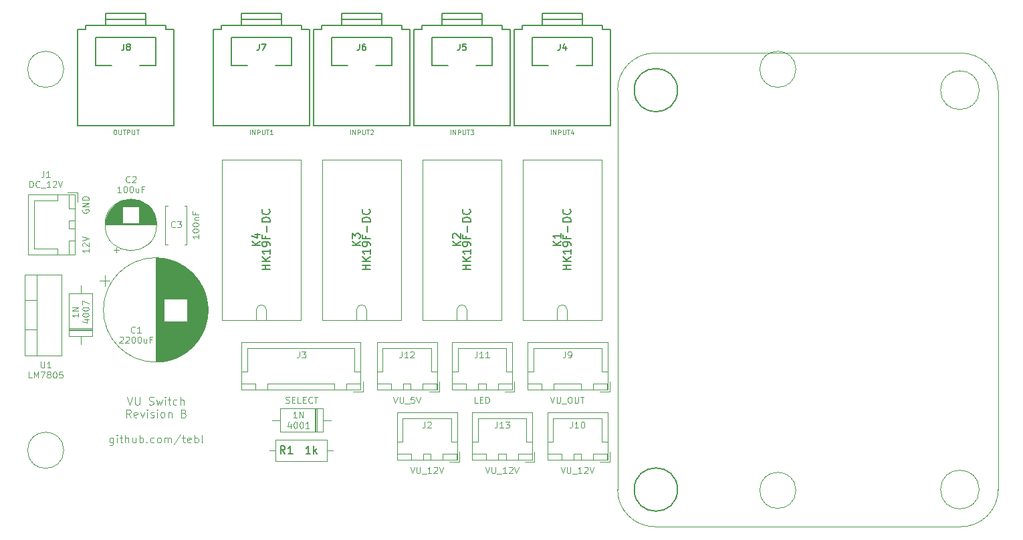
<source format=gto>
%TF.GenerationSoftware,KiCad,Pcbnew,(5.1.8)-1*%
%TF.CreationDate,2021-01-28T04:03:39+01:00*%
%TF.ProjectId,VU Switch,56552053-7769-4746-9368-2e6b69636164,rev?*%
%TF.SameCoordinates,Original*%
%TF.FileFunction,Legend,Top*%
%TF.FilePolarity,Positive*%
%FSLAX46Y46*%
G04 Gerber Fmt 4.6, Leading zero omitted, Abs format (unit mm)*
G04 Created by KiCad (PCBNEW (5.1.8)-1) date 2021-01-28 04:03:39*
%MOMM*%
%LPD*%
G01*
G04 APERTURE LIST*
%ADD10C,0.200000*%
%ADD11C,0.100000*%
%ADD12C,0.120000*%
%ADD13C,0.150000*%
G04 APERTURE END LIST*
D10*
X172085000Y-55980000D02*
G75*
G03*
X172085000Y-55980000I-2740000J0D01*
G01*
X172085000Y-106580000D02*
G75*
G03*
X172085000Y-106580000I-2740000J0D01*
G01*
D11*
X102402142Y-94842380D02*
X102735476Y-95842380D01*
X103068809Y-94842380D01*
X103402142Y-94842380D02*
X103402142Y-95651904D01*
X103449761Y-95747142D01*
X103497380Y-95794761D01*
X103592619Y-95842380D01*
X103783095Y-95842380D01*
X103878333Y-95794761D01*
X103925952Y-95747142D01*
X103973571Y-95651904D01*
X103973571Y-94842380D01*
X105164047Y-95794761D02*
X105306904Y-95842380D01*
X105545000Y-95842380D01*
X105640238Y-95794761D01*
X105687857Y-95747142D01*
X105735476Y-95651904D01*
X105735476Y-95556666D01*
X105687857Y-95461428D01*
X105640238Y-95413809D01*
X105545000Y-95366190D01*
X105354523Y-95318571D01*
X105259285Y-95270952D01*
X105211666Y-95223333D01*
X105164047Y-95128095D01*
X105164047Y-95032857D01*
X105211666Y-94937619D01*
X105259285Y-94890000D01*
X105354523Y-94842380D01*
X105592619Y-94842380D01*
X105735476Y-94890000D01*
X106068809Y-95175714D02*
X106259285Y-95842380D01*
X106449761Y-95366190D01*
X106640238Y-95842380D01*
X106830714Y-95175714D01*
X107211666Y-95842380D02*
X107211666Y-95175714D01*
X107211666Y-94842380D02*
X107164047Y-94890000D01*
X107211666Y-94937619D01*
X107259285Y-94890000D01*
X107211666Y-94842380D01*
X107211666Y-94937619D01*
X107545000Y-95175714D02*
X107925952Y-95175714D01*
X107687857Y-94842380D02*
X107687857Y-95699523D01*
X107735476Y-95794761D01*
X107830714Y-95842380D01*
X107925952Y-95842380D01*
X108687857Y-95794761D02*
X108592619Y-95842380D01*
X108402142Y-95842380D01*
X108306904Y-95794761D01*
X108259285Y-95747142D01*
X108211666Y-95651904D01*
X108211666Y-95366190D01*
X108259285Y-95270952D01*
X108306904Y-95223333D01*
X108402142Y-95175714D01*
X108592619Y-95175714D01*
X108687857Y-95223333D01*
X109116428Y-95842380D02*
X109116428Y-94842380D01*
X109545000Y-95842380D02*
X109545000Y-95318571D01*
X109497380Y-95223333D01*
X109402142Y-95175714D01*
X109259285Y-95175714D01*
X109164047Y-95223333D01*
X109116428Y-95270952D01*
X102878333Y-97442380D02*
X102545000Y-96966190D01*
X102306904Y-97442380D02*
X102306904Y-96442380D01*
X102687857Y-96442380D01*
X102783095Y-96490000D01*
X102830714Y-96537619D01*
X102878333Y-96632857D01*
X102878333Y-96775714D01*
X102830714Y-96870952D01*
X102783095Y-96918571D01*
X102687857Y-96966190D01*
X102306904Y-96966190D01*
X103687857Y-97394761D02*
X103592619Y-97442380D01*
X103402142Y-97442380D01*
X103306904Y-97394761D01*
X103259285Y-97299523D01*
X103259285Y-96918571D01*
X103306904Y-96823333D01*
X103402142Y-96775714D01*
X103592619Y-96775714D01*
X103687857Y-96823333D01*
X103735476Y-96918571D01*
X103735476Y-97013809D01*
X103259285Y-97109047D01*
X104068809Y-96775714D02*
X104306904Y-97442380D01*
X104545000Y-96775714D01*
X104925952Y-97442380D02*
X104925952Y-96775714D01*
X104925952Y-96442380D02*
X104878333Y-96490000D01*
X104925952Y-96537619D01*
X104973571Y-96490000D01*
X104925952Y-96442380D01*
X104925952Y-96537619D01*
X105354523Y-97394761D02*
X105449761Y-97442380D01*
X105640238Y-97442380D01*
X105735476Y-97394761D01*
X105783095Y-97299523D01*
X105783095Y-97251904D01*
X105735476Y-97156666D01*
X105640238Y-97109047D01*
X105497380Y-97109047D01*
X105402142Y-97061428D01*
X105354523Y-96966190D01*
X105354523Y-96918571D01*
X105402142Y-96823333D01*
X105497380Y-96775714D01*
X105640238Y-96775714D01*
X105735476Y-96823333D01*
X106211666Y-97442380D02*
X106211666Y-96775714D01*
X106211666Y-96442380D02*
X106164047Y-96490000D01*
X106211666Y-96537619D01*
X106259285Y-96490000D01*
X106211666Y-96442380D01*
X106211666Y-96537619D01*
X106830714Y-97442380D02*
X106735476Y-97394761D01*
X106687857Y-97347142D01*
X106640238Y-97251904D01*
X106640238Y-96966190D01*
X106687857Y-96870952D01*
X106735476Y-96823333D01*
X106830714Y-96775714D01*
X106973571Y-96775714D01*
X107068809Y-96823333D01*
X107116428Y-96870952D01*
X107164047Y-96966190D01*
X107164047Y-97251904D01*
X107116428Y-97347142D01*
X107068809Y-97394761D01*
X106973571Y-97442380D01*
X106830714Y-97442380D01*
X107592619Y-96775714D02*
X107592619Y-97442380D01*
X107592619Y-96870952D02*
X107640238Y-96823333D01*
X107735476Y-96775714D01*
X107878333Y-96775714D01*
X107973571Y-96823333D01*
X108021190Y-96918571D01*
X108021190Y-97442380D01*
X109592619Y-96918571D02*
X109735476Y-96966190D01*
X109783095Y-97013809D01*
X109830714Y-97109047D01*
X109830714Y-97251904D01*
X109783095Y-97347142D01*
X109735476Y-97394761D01*
X109640238Y-97442380D01*
X109259285Y-97442380D01*
X109259285Y-96442380D01*
X109592619Y-96442380D01*
X109687857Y-96490000D01*
X109735476Y-96537619D01*
X109783095Y-96632857D01*
X109783095Y-96728095D01*
X109735476Y-96823333D01*
X109687857Y-96870952D01*
X109592619Y-96918571D01*
X109259285Y-96918571D01*
X100640238Y-99975714D02*
X100640238Y-100785238D01*
X100592619Y-100880476D01*
X100545000Y-100928095D01*
X100449761Y-100975714D01*
X100306904Y-100975714D01*
X100211666Y-100928095D01*
X100640238Y-100594761D02*
X100545000Y-100642380D01*
X100354523Y-100642380D01*
X100259285Y-100594761D01*
X100211666Y-100547142D01*
X100164047Y-100451904D01*
X100164047Y-100166190D01*
X100211666Y-100070952D01*
X100259285Y-100023333D01*
X100354523Y-99975714D01*
X100545000Y-99975714D01*
X100640238Y-100023333D01*
X101116428Y-100642380D02*
X101116428Y-99975714D01*
X101116428Y-99642380D02*
X101068809Y-99690000D01*
X101116428Y-99737619D01*
X101164047Y-99690000D01*
X101116428Y-99642380D01*
X101116428Y-99737619D01*
X101449761Y-99975714D02*
X101830714Y-99975714D01*
X101592619Y-99642380D02*
X101592619Y-100499523D01*
X101640238Y-100594761D01*
X101735476Y-100642380D01*
X101830714Y-100642380D01*
X102164047Y-100642380D02*
X102164047Y-99642380D01*
X102592619Y-100642380D02*
X102592619Y-100118571D01*
X102545000Y-100023333D01*
X102449761Y-99975714D01*
X102306904Y-99975714D01*
X102211666Y-100023333D01*
X102164047Y-100070952D01*
X103497380Y-99975714D02*
X103497380Y-100642380D01*
X103068809Y-99975714D02*
X103068809Y-100499523D01*
X103116428Y-100594761D01*
X103211666Y-100642380D01*
X103354523Y-100642380D01*
X103449761Y-100594761D01*
X103497380Y-100547142D01*
X103973571Y-100642380D02*
X103973571Y-99642380D01*
X103973571Y-100023333D02*
X104068809Y-99975714D01*
X104259285Y-99975714D01*
X104354523Y-100023333D01*
X104402142Y-100070952D01*
X104449761Y-100166190D01*
X104449761Y-100451904D01*
X104402142Y-100547142D01*
X104354523Y-100594761D01*
X104259285Y-100642380D01*
X104068809Y-100642380D01*
X103973571Y-100594761D01*
X104878333Y-100547142D02*
X104925952Y-100594761D01*
X104878333Y-100642380D01*
X104830714Y-100594761D01*
X104878333Y-100547142D01*
X104878333Y-100642380D01*
X105783095Y-100594761D02*
X105687857Y-100642380D01*
X105497380Y-100642380D01*
X105402142Y-100594761D01*
X105354523Y-100547142D01*
X105306904Y-100451904D01*
X105306904Y-100166190D01*
X105354523Y-100070952D01*
X105402142Y-100023333D01*
X105497380Y-99975714D01*
X105687857Y-99975714D01*
X105783095Y-100023333D01*
X106354523Y-100642380D02*
X106259285Y-100594761D01*
X106211666Y-100547142D01*
X106164047Y-100451904D01*
X106164047Y-100166190D01*
X106211666Y-100070952D01*
X106259285Y-100023333D01*
X106354523Y-99975714D01*
X106497380Y-99975714D01*
X106592619Y-100023333D01*
X106640238Y-100070952D01*
X106687857Y-100166190D01*
X106687857Y-100451904D01*
X106640238Y-100547142D01*
X106592619Y-100594761D01*
X106497380Y-100642380D01*
X106354523Y-100642380D01*
X107116428Y-100642380D02*
X107116428Y-99975714D01*
X107116428Y-100070952D02*
X107164047Y-100023333D01*
X107259285Y-99975714D01*
X107402142Y-99975714D01*
X107497380Y-100023333D01*
X107545000Y-100118571D01*
X107545000Y-100642380D01*
X107545000Y-100118571D02*
X107592619Y-100023333D01*
X107687857Y-99975714D01*
X107830714Y-99975714D01*
X107925952Y-100023333D01*
X107973571Y-100118571D01*
X107973571Y-100642380D01*
X109164047Y-99594761D02*
X108306904Y-100880476D01*
X109354523Y-99975714D02*
X109735476Y-99975714D01*
X109497380Y-99642380D02*
X109497380Y-100499523D01*
X109545000Y-100594761D01*
X109640238Y-100642380D01*
X109735476Y-100642380D01*
X110449761Y-100594761D02*
X110354523Y-100642380D01*
X110164047Y-100642380D01*
X110068809Y-100594761D01*
X110021190Y-100499523D01*
X110021190Y-100118571D01*
X110068809Y-100023333D01*
X110164047Y-99975714D01*
X110354523Y-99975714D01*
X110449761Y-100023333D01*
X110497380Y-100118571D01*
X110497380Y-100213809D01*
X110021190Y-100309047D01*
X110925952Y-100642380D02*
X110925952Y-99642380D01*
X110925952Y-100023333D02*
X111021190Y-99975714D01*
X111211666Y-99975714D01*
X111306904Y-100023333D01*
X111354523Y-100070952D01*
X111402142Y-100166190D01*
X111402142Y-100451904D01*
X111354523Y-100547142D01*
X111306904Y-100594761D01*
X111211666Y-100642380D01*
X111021190Y-100642380D01*
X110925952Y-100594761D01*
X111973571Y-100642380D02*
X111878333Y-100594761D01*
X111830714Y-100499523D01*
X111830714Y-99642380D01*
X96231904Y-84264476D02*
X96231904Y-84721619D01*
X96231904Y-84493047D02*
X95431904Y-84493047D01*
X95546190Y-84569238D01*
X95622380Y-84645428D01*
X95660476Y-84721619D01*
X96231904Y-83921619D02*
X95431904Y-83921619D01*
X96231904Y-83464476D01*
X95431904Y-83464476D01*
X96998571Y-85064476D02*
X97531904Y-85064476D01*
X96693809Y-85254952D02*
X97265238Y-85445428D01*
X97265238Y-84950190D01*
X96731904Y-84493047D02*
X96731904Y-84416857D01*
X96770000Y-84340666D01*
X96808095Y-84302571D01*
X96884285Y-84264476D01*
X97036666Y-84226380D01*
X97227142Y-84226380D01*
X97379523Y-84264476D01*
X97455714Y-84302571D01*
X97493809Y-84340666D01*
X97531904Y-84416857D01*
X97531904Y-84493047D01*
X97493809Y-84569238D01*
X97455714Y-84607333D01*
X97379523Y-84645428D01*
X97227142Y-84683523D01*
X97036666Y-84683523D01*
X96884285Y-84645428D01*
X96808095Y-84607333D01*
X96770000Y-84569238D01*
X96731904Y-84493047D01*
X96731904Y-83731142D02*
X96731904Y-83654952D01*
X96770000Y-83578761D01*
X96808095Y-83540666D01*
X96884285Y-83502571D01*
X97036666Y-83464476D01*
X97227142Y-83464476D01*
X97379523Y-83502571D01*
X97455714Y-83540666D01*
X97493809Y-83578761D01*
X97531904Y-83654952D01*
X97531904Y-83731142D01*
X97493809Y-83807333D01*
X97455714Y-83845428D01*
X97379523Y-83883523D01*
X97227142Y-83921619D01*
X97036666Y-83921619D01*
X96884285Y-83883523D01*
X96808095Y-83845428D01*
X96770000Y-83807333D01*
X96731904Y-83731142D01*
X96731904Y-83197809D02*
X96731904Y-82664476D01*
X97531904Y-83007333D01*
X123888523Y-97501904D02*
X123431380Y-97501904D01*
X123659952Y-97501904D02*
X123659952Y-96701904D01*
X123583761Y-96816190D01*
X123507571Y-96892380D01*
X123431380Y-96930476D01*
X124231380Y-97501904D02*
X124231380Y-96701904D01*
X124688523Y-97501904D01*
X124688523Y-96701904D01*
X123088523Y-98268571D02*
X123088523Y-98801904D01*
X122898047Y-97963809D02*
X122707571Y-98535238D01*
X123202809Y-98535238D01*
X123659952Y-98001904D02*
X123736142Y-98001904D01*
X123812333Y-98040000D01*
X123850428Y-98078095D01*
X123888523Y-98154285D01*
X123926619Y-98306666D01*
X123926619Y-98497142D01*
X123888523Y-98649523D01*
X123850428Y-98725714D01*
X123812333Y-98763809D01*
X123736142Y-98801904D01*
X123659952Y-98801904D01*
X123583761Y-98763809D01*
X123545666Y-98725714D01*
X123507571Y-98649523D01*
X123469476Y-98497142D01*
X123469476Y-98306666D01*
X123507571Y-98154285D01*
X123545666Y-98078095D01*
X123583761Y-98040000D01*
X123659952Y-98001904D01*
X124421857Y-98001904D02*
X124498047Y-98001904D01*
X124574238Y-98040000D01*
X124612333Y-98078095D01*
X124650428Y-98154285D01*
X124688523Y-98306666D01*
X124688523Y-98497142D01*
X124650428Y-98649523D01*
X124612333Y-98725714D01*
X124574238Y-98763809D01*
X124498047Y-98801904D01*
X124421857Y-98801904D01*
X124345666Y-98763809D01*
X124307571Y-98725714D01*
X124269476Y-98649523D01*
X124231380Y-98497142D01*
X124231380Y-98306666D01*
X124269476Y-98154285D01*
X124307571Y-98078095D01*
X124345666Y-98040000D01*
X124421857Y-98001904D01*
X125450428Y-98801904D02*
X124993285Y-98801904D01*
X125221857Y-98801904D02*
X125221857Y-98001904D01*
X125145666Y-98116190D01*
X125069476Y-98192380D01*
X124993285Y-98230476D01*
X96755000Y-71094523D02*
X96716904Y-71170714D01*
X96716904Y-71285000D01*
X96755000Y-71399285D01*
X96831190Y-71475476D01*
X96907380Y-71513571D01*
X97059761Y-71551666D01*
X97174047Y-71551666D01*
X97326428Y-71513571D01*
X97402619Y-71475476D01*
X97478809Y-71399285D01*
X97516904Y-71285000D01*
X97516904Y-71208809D01*
X97478809Y-71094523D01*
X97440714Y-71056428D01*
X97174047Y-71056428D01*
X97174047Y-71208809D01*
X97516904Y-70713571D02*
X96716904Y-70713571D01*
X97516904Y-70256428D01*
X96716904Y-70256428D01*
X97516904Y-69875476D02*
X96716904Y-69875476D01*
X96716904Y-69685000D01*
X96755000Y-69570714D01*
X96831190Y-69494523D01*
X96907380Y-69456428D01*
X97059761Y-69418333D01*
X97174047Y-69418333D01*
X97326428Y-69456428D01*
X97402619Y-69494523D01*
X97478809Y-69570714D01*
X97516904Y-69685000D01*
X97516904Y-69875476D01*
X97516904Y-76060238D02*
X97516904Y-76517380D01*
X97516904Y-76288809D02*
X96716904Y-76288809D01*
X96831190Y-76365000D01*
X96907380Y-76441190D01*
X96945476Y-76517380D01*
X96793095Y-75755476D02*
X96755000Y-75717380D01*
X96716904Y-75641190D01*
X96716904Y-75450714D01*
X96755000Y-75374523D01*
X96793095Y-75336428D01*
X96869285Y-75298333D01*
X96945476Y-75298333D01*
X97059761Y-75336428D01*
X97516904Y-75793571D01*
X97516904Y-75298333D01*
X96716904Y-75069761D02*
X97516904Y-74803095D01*
X96716904Y-74536428D01*
X90341666Y-92436904D02*
X89960714Y-92436904D01*
X89960714Y-91636904D01*
X90608333Y-92436904D02*
X90608333Y-91636904D01*
X90875000Y-92208333D01*
X91141666Y-91636904D01*
X91141666Y-92436904D01*
X91446428Y-91636904D02*
X91979761Y-91636904D01*
X91636904Y-92436904D01*
X92398809Y-91979761D02*
X92322619Y-91941666D01*
X92284523Y-91903571D01*
X92246428Y-91827380D01*
X92246428Y-91789285D01*
X92284523Y-91713095D01*
X92322619Y-91675000D01*
X92398809Y-91636904D01*
X92551190Y-91636904D01*
X92627380Y-91675000D01*
X92665476Y-91713095D01*
X92703571Y-91789285D01*
X92703571Y-91827380D01*
X92665476Y-91903571D01*
X92627380Y-91941666D01*
X92551190Y-91979761D01*
X92398809Y-91979761D01*
X92322619Y-92017857D01*
X92284523Y-92055952D01*
X92246428Y-92132142D01*
X92246428Y-92284523D01*
X92284523Y-92360714D01*
X92322619Y-92398809D01*
X92398809Y-92436904D01*
X92551190Y-92436904D01*
X92627380Y-92398809D01*
X92665476Y-92360714D01*
X92703571Y-92284523D01*
X92703571Y-92132142D01*
X92665476Y-92055952D01*
X92627380Y-92017857D01*
X92551190Y-91979761D01*
X93198809Y-91636904D02*
X93275000Y-91636904D01*
X93351190Y-91675000D01*
X93389285Y-91713095D01*
X93427380Y-91789285D01*
X93465476Y-91941666D01*
X93465476Y-92132142D01*
X93427380Y-92284523D01*
X93389285Y-92360714D01*
X93351190Y-92398809D01*
X93275000Y-92436904D01*
X93198809Y-92436904D01*
X93122619Y-92398809D01*
X93084523Y-92360714D01*
X93046428Y-92284523D01*
X93008333Y-92132142D01*
X93008333Y-91941666D01*
X93046428Y-91789285D01*
X93084523Y-91713095D01*
X93122619Y-91675000D01*
X93198809Y-91636904D01*
X94189285Y-91636904D02*
X93808333Y-91636904D01*
X93770238Y-92017857D01*
X93808333Y-91979761D01*
X93884523Y-91941666D01*
X94075000Y-91941666D01*
X94151190Y-91979761D01*
X94189285Y-92017857D01*
X94227380Y-92094047D01*
X94227380Y-92284523D01*
X94189285Y-92360714D01*
X94151190Y-92398809D01*
X94075000Y-92436904D01*
X93884523Y-92436904D01*
X93808333Y-92398809D01*
X93770238Y-92360714D01*
D12*
%TO.C,K1*%
X162490000Y-85120000D02*
X152490000Y-85120000D01*
X152490000Y-85120000D02*
X152490000Y-64820000D01*
X162490000Y-85120000D02*
X162490000Y-64820000D01*
X162490000Y-64820000D02*
X152490000Y-64820000D01*
X156845000Y-83820000D02*
X156845000Y-85090000D01*
X158115000Y-83820000D02*
X158115000Y-85090000D01*
X156845000Y-83820000D02*
G75*
G02*
X158115000Y-83820000I635000J0D01*
G01*
%TO.C,K2*%
X149790000Y-85120000D02*
X139790000Y-85120000D01*
X139790000Y-85120000D02*
X139790000Y-64820000D01*
X149790000Y-85120000D02*
X149790000Y-64820000D01*
X149790000Y-64820000D02*
X139790000Y-64820000D01*
X144145000Y-83820000D02*
X144145000Y-85090000D01*
X145415000Y-83820000D02*
X145415000Y-85090000D01*
X144145000Y-83820000D02*
G75*
G02*
X145415000Y-83820000I635000J0D01*
G01*
%TO.C,K3*%
X137090000Y-85120000D02*
X127090000Y-85120000D01*
X127090000Y-85120000D02*
X127090000Y-64820000D01*
X137090000Y-85120000D02*
X137090000Y-64820000D01*
X137090000Y-64820000D02*
X127090000Y-64820000D01*
X131445000Y-83820000D02*
X131445000Y-85090000D01*
X132715000Y-83820000D02*
X132715000Y-85090000D01*
X131445000Y-83820000D02*
G75*
G02*
X132715000Y-83820000I635000J0D01*
G01*
%TO.C,K4*%
X124390000Y-85120000D02*
X114390000Y-85120000D01*
X114390000Y-85120000D02*
X114390000Y-64820000D01*
X124390000Y-85120000D02*
X124390000Y-64820000D01*
X124390000Y-64820000D02*
X114390000Y-64820000D01*
X118745000Y-83820000D02*
X118745000Y-85090000D01*
X120015000Y-83820000D02*
X120015000Y-85090000D01*
X118745000Y-83820000D02*
G75*
G02*
X120015000Y-83820000I635000J0D01*
G01*
%TO.C,J3*%
X132230000Y-94190000D02*
X132230000Y-92940000D01*
X130980000Y-94190000D02*
X132230000Y-94190000D01*
X117580000Y-88690000D02*
X124380000Y-88690000D01*
X117580000Y-91640000D02*
X117580000Y-88690000D01*
X116830000Y-91640000D02*
X117580000Y-91640000D01*
X131180000Y-88690000D02*
X124380000Y-88690000D01*
X131180000Y-91640000D02*
X131180000Y-88690000D01*
X131930000Y-91640000D02*
X131180000Y-91640000D01*
X116830000Y-93890000D02*
X118630000Y-93890000D01*
X116830000Y-93140000D02*
X116830000Y-93890000D01*
X118630000Y-93140000D02*
X116830000Y-93140000D01*
X118630000Y-93890000D02*
X118630000Y-93140000D01*
X130130000Y-93890000D02*
X131930000Y-93890000D01*
X130130000Y-93140000D02*
X130130000Y-93890000D01*
X131930000Y-93140000D02*
X130130000Y-93140000D01*
X131930000Y-93890000D02*
X131930000Y-93140000D01*
X120130000Y-93890000D02*
X128630000Y-93890000D01*
X120130000Y-93140000D02*
X120130000Y-93890000D01*
X128630000Y-93140000D02*
X120130000Y-93140000D01*
X128630000Y-93890000D02*
X128630000Y-93140000D01*
X116820000Y-93900000D02*
X131940000Y-93900000D01*
X116820000Y-87930000D02*
X116820000Y-93900000D01*
X131940000Y-87930000D02*
X116820000Y-87930000D01*
X131940000Y-93900000D02*
X131940000Y-87930000D01*
%TO.C,D2*%
X126400000Y-99260000D02*
X126400000Y-96320000D01*
X126160000Y-99260000D02*
X126160000Y-96320000D01*
X126280000Y-99260000D02*
X126280000Y-96320000D01*
X120720000Y-97790000D02*
X121740000Y-97790000D01*
X128200000Y-97790000D02*
X127180000Y-97790000D01*
X121740000Y-99260000D02*
X127180000Y-99260000D01*
X121740000Y-96320000D02*
X121740000Y-99260000D01*
X127180000Y-96320000D02*
X121740000Y-96320000D01*
X127180000Y-99260000D02*
X127180000Y-96320000D01*
%TO.C,J10*%
X163505000Y-103080000D02*
X163505000Y-101830000D01*
X162255000Y-103080000D02*
X163505000Y-103080000D01*
X156355000Y-97580000D02*
X159405000Y-97580000D01*
X156355000Y-100530000D02*
X156355000Y-97580000D01*
X155605000Y-100530000D02*
X156355000Y-100530000D01*
X162455000Y-97580000D02*
X159405000Y-97580000D01*
X162455000Y-100530000D02*
X162455000Y-97580000D01*
X163205000Y-100530000D02*
X162455000Y-100530000D01*
X155605000Y-102780000D02*
X157405000Y-102780000D01*
X155605000Y-102030000D02*
X155605000Y-102780000D01*
X157405000Y-102030000D02*
X155605000Y-102030000D01*
X157405000Y-102780000D02*
X157405000Y-102030000D01*
X161405000Y-102780000D02*
X163205000Y-102780000D01*
X161405000Y-102030000D02*
X161405000Y-102780000D01*
X163205000Y-102030000D02*
X161405000Y-102030000D01*
X163205000Y-102780000D02*
X163205000Y-102030000D01*
X158905000Y-102780000D02*
X159905000Y-102780000D01*
X158905000Y-102030000D02*
X158905000Y-102780000D01*
X159905000Y-102030000D02*
X158905000Y-102030000D01*
X159905000Y-102780000D02*
X159905000Y-102030000D01*
X155595000Y-102790000D02*
X163215000Y-102790000D01*
X155595000Y-96820000D02*
X155595000Y-102790000D01*
X163215000Y-96820000D02*
X155595000Y-96820000D01*
X163215000Y-102790000D02*
X163215000Y-96820000D01*
%TO.C,J2*%
X144455000Y-103080000D02*
X144455000Y-101830000D01*
X143205000Y-103080000D02*
X144455000Y-103080000D01*
X137305000Y-97580000D02*
X140355000Y-97580000D01*
X137305000Y-100530000D02*
X137305000Y-97580000D01*
X136555000Y-100530000D02*
X137305000Y-100530000D01*
X143405000Y-97580000D02*
X140355000Y-97580000D01*
X143405000Y-100530000D02*
X143405000Y-97580000D01*
X144155000Y-100530000D02*
X143405000Y-100530000D01*
X136555000Y-102780000D02*
X138355000Y-102780000D01*
X136555000Y-102030000D02*
X136555000Y-102780000D01*
X138355000Y-102030000D02*
X136555000Y-102030000D01*
X138355000Y-102780000D02*
X138355000Y-102030000D01*
X142355000Y-102780000D02*
X144155000Y-102780000D01*
X142355000Y-102030000D02*
X142355000Y-102780000D01*
X144155000Y-102030000D02*
X142355000Y-102030000D01*
X144155000Y-102780000D02*
X144155000Y-102030000D01*
X139855000Y-102780000D02*
X140855000Y-102780000D01*
X139855000Y-102030000D02*
X139855000Y-102780000D01*
X140855000Y-102030000D02*
X139855000Y-102030000D01*
X140855000Y-102780000D02*
X140855000Y-102030000D01*
X136545000Y-102790000D02*
X144165000Y-102790000D01*
X136545000Y-96820000D02*
X136545000Y-102790000D01*
X144165000Y-96820000D02*
X136545000Y-96820000D01*
X144165000Y-102790000D02*
X144165000Y-96820000D01*
%TO.C,J13*%
X153690000Y-102790000D02*
X153690000Y-96820000D01*
X153690000Y-96820000D02*
X146070000Y-96820000D01*
X146070000Y-96820000D02*
X146070000Y-102790000D01*
X146070000Y-102790000D02*
X153690000Y-102790000D01*
X150380000Y-102780000D02*
X150380000Y-102030000D01*
X150380000Y-102030000D02*
X149380000Y-102030000D01*
X149380000Y-102030000D02*
X149380000Y-102780000D01*
X149380000Y-102780000D02*
X150380000Y-102780000D01*
X153680000Y-102780000D02*
X153680000Y-102030000D01*
X153680000Y-102030000D02*
X151880000Y-102030000D01*
X151880000Y-102030000D02*
X151880000Y-102780000D01*
X151880000Y-102780000D02*
X153680000Y-102780000D01*
X147880000Y-102780000D02*
X147880000Y-102030000D01*
X147880000Y-102030000D02*
X146080000Y-102030000D01*
X146080000Y-102030000D02*
X146080000Y-102780000D01*
X146080000Y-102780000D02*
X147880000Y-102780000D01*
X153680000Y-100530000D02*
X152930000Y-100530000D01*
X152930000Y-100530000D02*
X152930000Y-97580000D01*
X152930000Y-97580000D02*
X149880000Y-97580000D01*
X146080000Y-100530000D02*
X146830000Y-100530000D01*
X146830000Y-100530000D02*
X146830000Y-97580000D01*
X146830000Y-97580000D02*
X149880000Y-97580000D01*
X152730000Y-103080000D02*
X153980000Y-103080000D01*
X153980000Y-103080000D02*
X153980000Y-101830000D01*
%TO.C,C3*%
X107215000Y-75535000D02*
X107215000Y-70595000D01*
X109955000Y-75535000D02*
X109955000Y-70595000D01*
X107215000Y-75535000D02*
X107530000Y-75535000D01*
X109640000Y-75535000D02*
X109955000Y-75535000D01*
X107215000Y-70595000D02*
X107530000Y-70595000D01*
X109640000Y-70595000D02*
X109955000Y-70595000D01*
%TO.C,A1*%
X188595000Y-111280000D02*
X207995000Y-111280000D01*
X188595000Y-111280000D02*
X169195000Y-111280000D01*
X212695000Y-106580000D02*
X212695000Y-81280000D01*
X164495000Y-106580000D02*
X164495000Y-81280000D01*
X188595000Y-51280000D02*
X207995000Y-51280000D01*
X188595000Y-51280000D02*
X169195000Y-51280000D01*
X212695000Y-55980000D02*
X212695000Y-81280000D01*
X164495000Y-55980000D02*
X164495000Y-81280000D01*
X210295000Y-55980000D02*
G75*
G03*
X210295000Y-55980000I-2450000J0D01*
G01*
X210295000Y-106580000D02*
G75*
G03*
X210295000Y-106580000I-2450000J0D01*
G01*
X169195000Y-111280000D02*
G75*
G02*
X164495000Y-106580000I0J4700000D01*
G01*
X207995000Y-51280000D02*
G75*
G02*
X212695000Y-55980000I0J-4700000D01*
G01*
X212695000Y-106580000D02*
G75*
G02*
X207995000Y-111280000I-4700000J0D01*
G01*
X164495000Y-55980000D02*
G75*
G02*
X169195000Y-51280000I4700000J0D01*
G01*
%TO.C,M1*%
X94361000Y-101600000D02*
G75*
G03*
X94361000Y-101600000I-2286000J0D01*
G01*
%TO.C,M2*%
X187071000Y-106680000D02*
G75*
G03*
X187071000Y-106680000I-2286000J0D01*
G01*
%TO.C,M3*%
X187071000Y-53340000D02*
G75*
G03*
X187071000Y-53340000I-2286000J0D01*
G01*
%TO.C,M4*%
X94361000Y-53340000D02*
G75*
G03*
X94361000Y-53340000I-2286000J0D01*
G01*
%TO.C,C1*%
X99570431Y-79455000D02*
X99570431Y-80755000D01*
X98920431Y-80105000D02*
X100220431Y-80105000D01*
X112606000Y-83345000D02*
X112606000Y-84295000D01*
X112566000Y-82970000D02*
X112566000Y-84670000D01*
X112526000Y-82713000D02*
X112526000Y-84927000D01*
X112486000Y-82505000D02*
X112486000Y-85135000D01*
X112446000Y-82326000D02*
X112446000Y-85314000D01*
X112406000Y-82167000D02*
X112406000Y-85473000D01*
X112366000Y-82022000D02*
X112366000Y-85618000D01*
X112326000Y-81889000D02*
X112326000Y-85751000D01*
X112286000Y-81765000D02*
X112286000Y-85875000D01*
X112246000Y-81649000D02*
X112246000Y-85991000D01*
X112206000Y-81539000D02*
X112206000Y-86101000D01*
X112166000Y-81435000D02*
X112166000Y-86205000D01*
X112126000Y-81336000D02*
X112126000Y-86304000D01*
X112086000Y-81241000D02*
X112086000Y-86399000D01*
X112046000Y-81150000D02*
X112046000Y-86490000D01*
X112006000Y-81062000D02*
X112006000Y-86578000D01*
X111966000Y-80978000D02*
X111966000Y-86662000D01*
X111926000Y-80897000D02*
X111926000Y-86743000D01*
X111886000Y-80818000D02*
X111886000Y-86822000D01*
X111846000Y-80742000D02*
X111846000Y-86898000D01*
X111806000Y-80668000D02*
X111806000Y-86972000D01*
X111766000Y-80597000D02*
X111766000Y-87043000D01*
X111726000Y-80527000D02*
X111726000Y-87113000D01*
X111686000Y-80459000D02*
X111686000Y-87181000D01*
X111646000Y-80393000D02*
X111646000Y-87247000D01*
X111606000Y-80329000D02*
X111606000Y-87311000D01*
X111566000Y-80266000D02*
X111566000Y-87374000D01*
X111526000Y-80205000D02*
X111526000Y-87435000D01*
X111486000Y-80145000D02*
X111486000Y-87495000D01*
X111446000Y-80087000D02*
X111446000Y-87553000D01*
X111406000Y-80030000D02*
X111406000Y-87610000D01*
X111366000Y-79974000D02*
X111366000Y-87666000D01*
X111326000Y-79920000D02*
X111326000Y-87720000D01*
X111286000Y-79866000D02*
X111286000Y-87774000D01*
X111246000Y-79814000D02*
X111246000Y-87826000D01*
X111206000Y-79763000D02*
X111206000Y-87877000D01*
X111166000Y-79712000D02*
X111166000Y-87928000D01*
X111126000Y-79663000D02*
X111126000Y-87977000D01*
X111086000Y-79615000D02*
X111086000Y-88025000D01*
X111046000Y-79567000D02*
X111046000Y-88073000D01*
X111006000Y-79521000D02*
X111006000Y-88119000D01*
X110966000Y-79475000D02*
X110966000Y-88165000D01*
X110926000Y-79430000D02*
X110926000Y-88210000D01*
X110886000Y-79386000D02*
X110886000Y-88254000D01*
X110846000Y-79343000D02*
X110846000Y-88297000D01*
X110806000Y-79301000D02*
X110806000Y-88339000D01*
X110766000Y-79259000D02*
X110766000Y-88381000D01*
X110726000Y-79218000D02*
X110726000Y-88422000D01*
X110686000Y-79177000D02*
X110686000Y-88463000D01*
X110646000Y-79138000D02*
X110646000Y-88502000D01*
X110606000Y-79099000D02*
X110606000Y-88541000D01*
X110566000Y-79060000D02*
X110566000Y-88580000D01*
X110526000Y-79023000D02*
X110526000Y-88617000D01*
X110486000Y-78986000D02*
X110486000Y-88654000D01*
X110446000Y-78949000D02*
X110446000Y-88691000D01*
X110406000Y-78913000D02*
X110406000Y-88727000D01*
X110366000Y-78878000D02*
X110366000Y-88762000D01*
X110326000Y-78843000D02*
X110326000Y-88797000D01*
X110286000Y-78809000D02*
X110286000Y-88831000D01*
X110246000Y-78776000D02*
X110246000Y-88864000D01*
X110206000Y-78742000D02*
X110206000Y-88898000D01*
X110166000Y-78710000D02*
X110166000Y-88930000D01*
X110126000Y-78678000D02*
X110126000Y-88962000D01*
X110086000Y-78646000D02*
X110086000Y-88994000D01*
X110046000Y-78615000D02*
X110046000Y-89025000D01*
X110006000Y-78585000D02*
X110006000Y-89055000D01*
X109966000Y-78555000D02*
X109966000Y-89085000D01*
X109926000Y-85260000D02*
X109926000Y-89115000D01*
X109926000Y-78525000D02*
X109926000Y-82380000D01*
X109886000Y-85260000D02*
X109886000Y-89144000D01*
X109886000Y-78496000D02*
X109886000Y-82380000D01*
X109846000Y-85260000D02*
X109846000Y-89173000D01*
X109846000Y-78467000D02*
X109846000Y-82380000D01*
X109806000Y-85260000D02*
X109806000Y-89201000D01*
X109806000Y-78439000D02*
X109806000Y-82380000D01*
X109766000Y-85260000D02*
X109766000Y-89229000D01*
X109766000Y-78411000D02*
X109766000Y-82380000D01*
X109726000Y-85260000D02*
X109726000Y-89256000D01*
X109726000Y-78384000D02*
X109726000Y-82380000D01*
X109686000Y-85260000D02*
X109686000Y-89283000D01*
X109686000Y-78357000D02*
X109686000Y-82380000D01*
X109646000Y-85260000D02*
X109646000Y-89310000D01*
X109646000Y-78330000D02*
X109646000Y-82380000D01*
X109606000Y-85260000D02*
X109606000Y-89336000D01*
X109606000Y-78304000D02*
X109606000Y-82380000D01*
X109566000Y-85260000D02*
X109566000Y-89362000D01*
X109566000Y-78278000D02*
X109566000Y-82380000D01*
X109526000Y-85260000D02*
X109526000Y-89387000D01*
X109526000Y-78253000D02*
X109526000Y-82380000D01*
X109486000Y-85260000D02*
X109486000Y-89412000D01*
X109486000Y-78228000D02*
X109486000Y-82380000D01*
X109446000Y-85260000D02*
X109446000Y-89437000D01*
X109446000Y-78203000D02*
X109446000Y-82380000D01*
X109406000Y-85260000D02*
X109406000Y-89461000D01*
X109406000Y-78179000D02*
X109406000Y-82380000D01*
X109366000Y-85260000D02*
X109366000Y-89484000D01*
X109366000Y-78156000D02*
X109366000Y-82380000D01*
X109326000Y-85260000D02*
X109326000Y-89508000D01*
X109326000Y-78132000D02*
X109326000Y-82380000D01*
X109286000Y-85260000D02*
X109286000Y-89531000D01*
X109286000Y-78109000D02*
X109286000Y-82380000D01*
X109246000Y-85260000D02*
X109246000Y-89553000D01*
X109246000Y-78087000D02*
X109246000Y-82380000D01*
X109206000Y-85260000D02*
X109206000Y-89576000D01*
X109206000Y-78064000D02*
X109206000Y-82380000D01*
X109166000Y-85260000D02*
X109166000Y-89598000D01*
X109166000Y-78042000D02*
X109166000Y-82380000D01*
X109126000Y-85260000D02*
X109126000Y-89619000D01*
X109126000Y-78021000D02*
X109126000Y-82380000D01*
X109086000Y-85260000D02*
X109086000Y-89640000D01*
X109086000Y-78000000D02*
X109086000Y-82380000D01*
X109046000Y-85260000D02*
X109046000Y-89661000D01*
X109046000Y-77979000D02*
X109046000Y-82380000D01*
X109006000Y-85260000D02*
X109006000Y-89682000D01*
X109006000Y-77958000D02*
X109006000Y-82380000D01*
X108966000Y-85260000D02*
X108966000Y-89702000D01*
X108966000Y-77938000D02*
X108966000Y-82380000D01*
X108926000Y-85260000D02*
X108926000Y-89722000D01*
X108926000Y-77918000D02*
X108926000Y-82380000D01*
X108886000Y-85260000D02*
X108886000Y-89741000D01*
X108886000Y-77899000D02*
X108886000Y-82380000D01*
X108846000Y-85260000D02*
X108846000Y-89760000D01*
X108846000Y-77880000D02*
X108846000Y-82380000D01*
X108806000Y-85260000D02*
X108806000Y-89779000D01*
X108806000Y-77861000D02*
X108806000Y-82380000D01*
X108766000Y-85260000D02*
X108766000Y-89798000D01*
X108766000Y-77842000D02*
X108766000Y-82380000D01*
X108726000Y-85260000D02*
X108726000Y-89816000D01*
X108726000Y-77824000D02*
X108726000Y-82380000D01*
X108686000Y-85260000D02*
X108686000Y-89834000D01*
X108686000Y-77806000D02*
X108686000Y-82380000D01*
X108646000Y-85260000D02*
X108646000Y-89851000D01*
X108646000Y-77789000D02*
X108646000Y-82380000D01*
X108606000Y-85260000D02*
X108606000Y-89869000D01*
X108606000Y-77771000D02*
X108606000Y-82380000D01*
X108566000Y-85260000D02*
X108566000Y-89885000D01*
X108566000Y-77755000D02*
X108566000Y-82380000D01*
X108526000Y-85260000D02*
X108526000Y-89902000D01*
X108526000Y-77738000D02*
X108526000Y-82380000D01*
X108486000Y-85260000D02*
X108486000Y-89918000D01*
X108486000Y-77722000D02*
X108486000Y-82380000D01*
X108446000Y-85260000D02*
X108446000Y-89934000D01*
X108446000Y-77706000D02*
X108446000Y-82380000D01*
X108406000Y-85260000D02*
X108406000Y-89950000D01*
X108406000Y-77690000D02*
X108406000Y-82380000D01*
X108366000Y-85260000D02*
X108366000Y-89966000D01*
X108366000Y-77674000D02*
X108366000Y-82380000D01*
X108326000Y-85260000D02*
X108326000Y-89981000D01*
X108326000Y-77659000D02*
X108326000Y-82380000D01*
X108286000Y-85260000D02*
X108286000Y-89995000D01*
X108286000Y-77645000D02*
X108286000Y-82380000D01*
X108246000Y-85260000D02*
X108246000Y-90010000D01*
X108246000Y-77630000D02*
X108246000Y-82380000D01*
X108206000Y-85260000D02*
X108206000Y-90024000D01*
X108206000Y-77616000D02*
X108206000Y-82380000D01*
X108166000Y-85260000D02*
X108166000Y-90038000D01*
X108166000Y-77602000D02*
X108166000Y-82380000D01*
X108126000Y-85260000D02*
X108126000Y-90052000D01*
X108126000Y-77588000D02*
X108126000Y-82380000D01*
X108086000Y-85260000D02*
X108086000Y-90065000D01*
X108086000Y-77575000D02*
X108086000Y-82380000D01*
X108046000Y-85260000D02*
X108046000Y-90078000D01*
X108046000Y-77562000D02*
X108046000Y-82380000D01*
X108006000Y-85260000D02*
X108006000Y-90091000D01*
X108006000Y-77549000D02*
X108006000Y-82380000D01*
X107966000Y-85260000D02*
X107966000Y-90104000D01*
X107966000Y-77536000D02*
X107966000Y-82380000D01*
X107926000Y-85260000D02*
X107926000Y-90116000D01*
X107926000Y-77524000D02*
X107926000Y-82380000D01*
X107886000Y-85260000D02*
X107886000Y-90128000D01*
X107886000Y-77512000D02*
X107886000Y-82380000D01*
X107846000Y-85260000D02*
X107846000Y-90140000D01*
X107846000Y-77500000D02*
X107846000Y-82380000D01*
X107806000Y-85260000D02*
X107806000Y-90151000D01*
X107806000Y-77489000D02*
X107806000Y-82380000D01*
X107766000Y-85260000D02*
X107766000Y-90162000D01*
X107766000Y-77478000D02*
X107766000Y-82380000D01*
X107726000Y-85260000D02*
X107726000Y-90173000D01*
X107726000Y-77467000D02*
X107726000Y-82380000D01*
X107686000Y-85260000D02*
X107686000Y-90184000D01*
X107686000Y-77456000D02*
X107686000Y-82380000D01*
X107646000Y-85260000D02*
X107646000Y-90194000D01*
X107646000Y-77446000D02*
X107646000Y-82380000D01*
X107606000Y-85260000D02*
X107606000Y-90204000D01*
X107606000Y-77436000D02*
X107606000Y-82380000D01*
X107566000Y-85260000D02*
X107566000Y-90214000D01*
X107566000Y-77426000D02*
X107566000Y-82380000D01*
X107526000Y-85260000D02*
X107526000Y-90224000D01*
X107526000Y-77416000D02*
X107526000Y-82380000D01*
X107486000Y-85260000D02*
X107486000Y-90233000D01*
X107486000Y-77407000D02*
X107486000Y-82380000D01*
X107446000Y-85260000D02*
X107446000Y-90242000D01*
X107446000Y-77398000D02*
X107446000Y-82380000D01*
X107406000Y-85260000D02*
X107406000Y-90251000D01*
X107406000Y-77389000D02*
X107406000Y-82380000D01*
X107366000Y-85260000D02*
X107366000Y-90259000D01*
X107366000Y-77381000D02*
X107366000Y-82380000D01*
X107326000Y-85260000D02*
X107326000Y-90268000D01*
X107326000Y-77372000D02*
X107326000Y-82380000D01*
X107286000Y-85260000D02*
X107286000Y-90276000D01*
X107286000Y-77364000D02*
X107286000Y-82380000D01*
X107246000Y-85260000D02*
X107246000Y-90283000D01*
X107246000Y-77357000D02*
X107246000Y-82380000D01*
X107206000Y-85260000D02*
X107206000Y-90291000D01*
X107206000Y-77349000D02*
X107206000Y-82380000D01*
X107166000Y-85260000D02*
X107166000Y-90298000D01*
X107166000Y-77342000D02*
X107166000Y-82380000D01*
X107126000Y-85260000D02*
X107126000Y-90305000D01*
X107126000Y-77335000D02*
X107126000Y-82380000D01*
X107086000Y-85260000D02*
X107086000Y-90312000D01*
X107086000Y-77328000D02*
X107086000Y-82380000D01*
X107046000Y-77322000D02*
X107046000Y-90318000D01*
X107006000Y-77315000D02*
X107006000Y-90325000D01*
X106966000Y-77309000D02*
X106966000Y-90331000D01*
X106926000Y-77304000D02*
X106926000Y-90336000D01*
X106886000Y-77298000D02*
X106886000Y-90342000D01*
X106846000Y-77293000D02*
X106846000Y-90347000D01*
X106806000Y-77288000D02*
X106806000Y-90352000D01*
X106766000Y-77283000D02*
X106766000Y-90357000D01*
X106726000Y-77279000D02*
X106726000Y-90361000D01*
X106685000Y-77275000D02*
X106685000Y-90365000D01*
X106645000Y-77271000D02*
X106645000Y-90369000D01*
X106605000Y-77267000D02*
X106605000Y-90373000D01*
X106565000Y-77263000D02*
X106565000Y-90377000D01*
X106525000Y-77260000D02*
X106525000Y-90380000D01*
X106485000Y-77257000D02*
X106485000Y-90383000D01*
X106445000Y-77254000D02*
X106445000Y-90386000D01*
X106405000Y-77252000D02*
X106405000Y-90388000D01*
X106365000Y-77249000D02*
X106365000Y-90391000D01*
X106325000Y-77247000D02*
X106325000Y-90393000D01*
X106285000Y-77245000D02*
X106285000Y-90395000D01*
X106245000Y-77244000D02*
X106245000Y-90396000D01*
X106205000Y-77243000D02*
X106205000Y-90397000D01*
X106165000Y-77241000D02*
X106165000Y-90399000D01*
X106125000Y-77241000D02*
X106125000Y-90399000D01*
X106085000Y-77240000D02*
X106085000Y-90400000D01*
X106045000Y-77240000D02*
X106045000Y-90400000D01*
X106005000Y-77240000D02*
X106005000Y-90400000D01*
X112625000Y-83820000D02*
G75*
G03*
X112625000Y-83820000I-6620000J0D01*
G01*
%TO.C,C2*%
X106140000Y-73045000D02*
G75*
G03*
X106140000Y-73045000I-3270000J0D01*
G01*
X99640000Y-73045000D02*
X106100000Y-73045000D01*
X99640000Y-73005000D02*
X106100000Y-73005000D01*
X99640000Y-72965000D02*
X106100000Y-72965000D01*
X99642000Y-72925000D02*
X106098000Y-72925000D01*
X99643000Y-72885000D02*
X106097000Y-72885000D01*
X99646000Y-72845000D02*
X106094000Y-72845000D01*
X99648000Y-72805000D02*
X101830000Y-72805000D01*
X103910000Y-72805000D02*
X106092000Y-72805000D01*
X99652000Y-72765000D02*
X101830000Y-72765000D01*
X103910000Y-72765000D02*
X106088000Y-72765000D01*
X99655000Y-72725000D02*
X101830000Y-72725000D01*
X103910000Y-72725000D02*
X106085000Y-72725000D01*
X99659000Y-72685000D02*
X101830000Y-72685000D01*
X103910000Y-72685000D02*
X106081000Y-72685000D01*
X99664000Y-72645000D02*
X101830000Y-72645000D01*
X103910000Y-72645000D02*
X106076000Y-72645000D01*
X99669000Y-72605000D02*
X101830000Y-72605000D01*
X103910000Y-72605000D02*
X106071000Y-72605000D01*
X99675000Y-72565000D02*
X101830000Y-72565000D01*
X103910000Y-72565000D02*
X106065000Y-72565000D01*
X99681000Y-72525000D02*
X101830000Y-72525000D01*
X103910000Y-72525000D02*
X106059000Y-72525000D01*
X99688000Y-72485000D02*
X101830000Y-72485000D01*
X103910000Y-72485000D02*
X106052000Y-72485000D01*
X99695000Y-72445000D02*
X101830000Y-72445000D01*
X103910000Y-72445000D02*
X106045000Y-72445000D01*
X99703000Y-72405000D02*
X101830000Y-72405000D01*
X103910000Y-72405000D02*
X106037000Y-72405000D01*
X99711000Y-72365000D02*
X101830000Y-72365000D01*
X103910000Y-72365000D02*
X106029000Y-72365000D01*
X99720000Y-72324000D02*
X101830000Y-72324000D01*
X103910000Y-72324000D02*
X106020000Y-72324000D01*
X99729000Y-72284000D02*
X101830000Y-72284000D01*
X103910000Y-72284000D02*
X106011000Y-72284000D01*
X99739000Y-72244000D02*
X101830000Y-72244000D01*
X103910000Y-72244000D02*
X106001000Y-72244000D01*
X99749000Y-72204000D02*
X101830000Y-72204000D01*
X103910000Y-72204000D02*
X105991000Y-72204000D01*
X99760000Y-72164000D02*
X101830000Y-72164000D01*
X103910000Y-72164000D02*
X105980000Y-72164000D01*
X99772000Y-72124000D02*
X101830000Y-72124000D01*
X103910000Y-72124000D02*
X105968000Y-72124000D01*
X99784000Y-72084000D02*
X101830000Y-72084000D01*
X103910000Y-72084000D02*
X105956000Y-72084000D01*
X99796000Y-72044000D02*
X101830000Y-72044000D01*
X103910000Y-72044000D02*
X105944000Y-72044000D01*
X99809000Y-72004000D02*
X101830000Y-72004000D01*
X103910000Y-72004000D02*
X105931000Y-72004000D01*
X99823000Y-71964000D02*
X101830000Y-71964000D01*
X103910000Y-71964000D02*
X105917000Y-71964000D01*
X99837000Y-71924000D02*
X101830000Y-71924000D01*
X103910000Y-71924000D02*
X105903000Y-71924000D01*
X99852000Y-71884000D02*
X101830000Y-71884000D01*
X103910000Y-71884000D02*
X105888000Y-71884000D01*
X99868000Y-71844000D02*
X101830000Y-71844000D01*
X103910000Y-71844000D02*
X105872000Y-71844000D01*
X99884000Y-71804000D02*
X101830000Y-71804000D01*
X103910000Y-71804000D02*
X105856000Y-71804000D01*
X99900000Y-71764000D02*
X101830000Y-71764000D01*
X103910000Y-71764000D02*
X105840000Y-71764000D01*
X99918000Y-71724000D02*
X101830000Y-71724000D01*
X103910000Y-71724000D02*
X105822000Y-71724000D01*
X99936000Y-71684000D02*
X101830000Y-71684000D01*
X103910000Y-71684000D02*
X105804000Y-71684000D01*
X99954000Y-71644000D02*
X101830000Y-71644000D01*
X103910000Y-71644000D02*
X105786000Y-71644000D01*
X99974000Y-71604000D02*
X101830000Y-71604000D01*
X103910000Y-71604000D02*
X105766000Y-71604000D01*
X99994000Y-71564000D02*
X101830000Y-71564000D01*
X103910000Y-71564000D02*
X105746000Y-71564000D01*
X100014000Y-71524000D02*
X101830000Y-71524000D01*
X103910000Y-71524000D02*
X105726000Y-71524000D01*
X100036000Y-71484000D02*
X101830000Y-71484000D01*
X103910000Y-71484000D02*
X105704000Y-71484000D01*
X100058000Y-71444000D02*
X101830000Y-71444000D01*
X103910000Y-71444000D02*
X105682000Y-71444000D01*
X100080000Y-71404000D02*
X101830000Y-71404000D01*
X103910000Y-71404000D02*
X105660000Y-71404000D01*
X100104000Y-71364000D02*
X101830000Y-71364000D01*
X103910000Y-71364000D02*
X105636000Y-71364000D01*
X100128000Y-71324000D02*
X101830000Y-71324000D01*
X103910000Y-71324000D02*
X105612000Y-71324000D01*
X100154000Y-71284000D02*
X101830000Y-71284000D01*
X103910000Y-71284000D02*
X105586000Y-71284000D01*
X100180000Y-71244000D02*
X101830000Y-71244000D01*
X103910000Y-71244000D02*
X105560000Y-71244000D01*
X100206000Y-71204000D02*
X101830000Y-71204000D01*
X103910000Y-71204000D02*
X105534000Y-71204000D01*
X100234000Y-71164000D02*
X101830000Y-71164000D01*
X103910000Y-71164000D02*
X105506000Y-71164000D01*
X100263000Y-71124000D02*
X101830000Y-71124000D01*
X103910000Y-71124000D02*
X105477000Y-71124000D01*
X100292000Y-71084000D02*
X101830000Y-71084000D01*
X103910000Y-71084000D02*
X105448000Y-71084000D01*
X100322000Y-71044000D02*
X101830000Y-71044000D01*
X103910000Y-71044000D02*
X105418000Y-71044000D01*
X100354000Y-71004000D02*
X101830000Y-71004000D01*
X103910000Y-71004000D02*
X105386000Y-71004000D01*
X100386000Y-70964000D02*
X101830000Y-70964000D01*
X103910000Y-70964000D02*
X105354000Y-70964000D01*
X100420000Y-70924000D02*
X101830000Y-70924000D01*
X103910000Y-70924000D02*
X105320000Y-70924000D01*
X100454000Y-70884000D02*
X101830000Y-70884000D01*
X103910000Y-70884000D02*
X105286000Y-70884000D01*
X100490000Y-70844000D02*
X101830000Y-70844000D01*
X103910000Y-70844000D02*
X105250000Y-70844000D01*
X100527000Y-70804000D02*
X101830000Y-70804000D01*
X103910000Y-70804000D02*
X105213000Y-70804000D01*
X100565000Y-70764000D02*
X101830000Y-70764000D01*
X103910000Y-70764000D02*
X105175000Y-70764000D01*
X100605000Y-70724000D02*
X105135000Y-70724000D01*
X100646000Y-70684000D02*
X105094000Y-70684000D01*
X100688000Y-70644000D02*
X105052000Y-70644000D01*
X100733000Y-70604000D02*
X105007000Y-70604000D01*
X100778000Y-70564000D02*
X104962000Y-70564000D01*
X100826000Y-70524000D02*
X104914000Y-70524000D01*
X100875000Y-70484000D02*
X104865000Y-70484000D01*
X100926000Y-70444000D02*
X104814000Y-70444000D01*
X100980000Y-70404000D02*
X104760000Y-70404000D01*
X101036000Y-70364000D02*
X104704000Y-70364000D01*
X101094000Y-70324000D02*
X104646000Y-70324000D01*
X101156000Y-70284000D02*
X104584000Y-70284000D01*
X101220000Y-70244000D02*
X104520000Y-70244000D01*
X101289000Y-70204000D02*
X104451000Y-70204000D01*
X101361000Y-70164000D02*
X104379000Y-70164000D01*
X101438000Y-70124000D02*
X104302000Y-70124000D01*
X101520000Y-70084000D02*
X104220000Y-70084000D01*
X101608000Y-70044000D02*
X104132000Y-70044000D01*
X101705000Y-70004000D02*
X104035000Y-70004000D01*
X101811000Y-69964000D02*
X103929000Y-69964000D01*
X101930000Y-69924000D02*
X103810000Y-69924000D01*
X102068000Y-69884000D02*
X103672000Y-69884000D01*
X102237000Y-69844000D02*
X103503000Y-69844000D01*
X102468000Y-69804000D02*
X103272000Y-69804000D01*
X101031000Y-76545241D02*
X101031000Y-75915241D01*
X100716000Y-76230241D02*
X101346000Y-76230241D01*
%TO.C,D1*%
X95050000Y-87175000D02*
X97990000Y-87175000D01*
X97990000Y-87175000D02*
X97990000Y-81735000D01*
X97990000Y-81735000D02*
X95050000Y-81735000D01*
X95050000Y-81735000D02*
X95050000Y-87175000D01*
X96520000Y-88195000D02*
X96520000Y-87175000D01*
X96520000Y-80715000D02*
X96520000Y-81735000D01*
X95050000Y-86275000D02*
X97990000Y-86275000D01*
X95050000Y-86155000D02*
X97990000Y-86155000D01*
X95050000Y-86395000D02*
X97990000Y-86395000D01*
D13*
%TO.C,J4*%
X155702000Y-52832000D02*
X153670000Y-52832000D01*
X153670000Y-52832000D02*
X153670000Y-49276000D01*
X153670000Y-49276000D02*
X161290000Y-49276000D01*
X161290000Y-49276000D02*
X161290000Y-52832000D01*
X161290000Y-52832000D02*
X159258000Y-52832000D01*
X152400000Y-48260000D02*
X151384000Y-48260000D01*
X163576000Y-48260000D02*
X162560000Y-48260000D01*
X154940000Y-46228000D02*
X154940000Y-47752000D01*
X160020000Y-47752000D02*
X160020000Y-46228000D01*
X154940000Y-46990000D02*
X160020000Y-46990000D01*
X152400000Y-48260000D02*
X152400000Y-48006000D01*
X152400000Y-48006000D02*
X152400000Y-47752000D01*
X152400000Y-47752000D02*
X162560000Y-47752000D01*
X162560000Y-47752000D02*
X162560000Y-48260000D01*
X154940000Y-46228000D02*
X160020000Y-46228000D01*
X151384000Y-60452000D02*
X151384000Y-48260000D01*
X163576000Y-48260000D02*
X163576000Y-60452000D01*
X163576000Y-60452000D02*
X151384000Y-60452000D01*
%TO.C,J5*%
X150876000Y-60452000D02*
X138684000Y-60452000D01*
X150876000Y-48260000D02*
X150876000Y-60452000D01*
X138684000Y-60452000D02*
X138684000Y-48260000D01*
X142240000Y-46228000D02*
X147320000Y-46228000D01*
X149860000Y-47752000D02*
X149860000Y-48260000D01*
X139700000Y-47752000D02*
X149860000Y-47752000D01*
X139700000Y-48006000D02*
X139700000Y-47752000D01*
X139700000Y-48260000D02*
X139700000Y-48006000D01*
X142240000Y-46990000D02*
X147320000Y-46990000D01*
X147320000Y-47752000D02*
X147320000Y-46228000D01*
X142240000Y-46228000D02*
X142240000Y-47752000D01*
X150876000Y-48260000D02*
X149860000Y-48260000D01*
X139700000Y-48260000D02*
X138684000Y-48260000D01*
X148590000Y-52832000D02*
X146558000Y-52832000D01*
X148590000Y-49276000D02*
X148590000Y-52832000D01*
X140970000Y-49276000D02*
X148590000Y-49276000D01*
X140970000Y-52832000D02*
X140970000Y-49276000D01*
X143002000Y-52832000D02*
X140970000Y-52832000D01*
%TO.C,J6*%
X130302000Y-52832000D02*
X128270000Y-52832000D01*
X128270000Y-52832000D02*
X128270000Y-49276000D01*
X128270000Y-49276000D02*
X135890000Y-49276000D01*
X135890000Y-49276000D02*
X135890000Y-52832000D01*
X135890000Y-52832000D02*
X133858000Y-52832000D01*
X127000000Y-48260000D02*
X125984000Y-48260000D01*
X138176000Y-48260000D02*
X137160000Y-48260000D01*
X129540000Y-46228000D02*
X129540000Y-47752000D01*
X134620000Y-47752000D02*
X134620000Y-46228000D01*
X129540000Y-46990000D02*
X134620000Y-46990000D01*
X127000000Y-48260000D02*
X127000000Y-48006000D01*
X127000000Y-48006000D02*
X127000000Y-47752000D01*
X127000000Y-47752000D02*
X137160000Y-47752000D01*
X137160000Y-47752000D02*
X137160000Y-48260000D01*
X129540000Y-46228000D02*
X134620000Y-46228000D01*
X125984000Y-60452000D02*
X125984000Y-48260000D01*
X138176000Y-48260000D02*
X138176000Y-60452000D01*
X138176000Y-60452000D02*
X125984000Y-60452000D01*
%TO.C,J7*%
X125476000Y-60452000D02*
X113284000Y-60452000D01*
X125476000Y-48260000D02*
X125476000Y-60452000D01*
X113284000Y-60452000D02*
X113284000Y-48260000D01*
X116840000Y-46228000D02*
X121920000Y-46228000D01*
X124460000Y-47752000D02*
X124460000Y-48260000D01*
X114300000Y-47752000D02*
X124460000Y-47752000D01*
X114300000Y-48006000D02*
X114300000Y-47752000D01*
X114300000Y-48260000D02*
X114300000Y-48006000D01*
X116840000Y-46990000D02*
X121920000Y-46990000D01*
X121920000Y-47752000D02*
X121920000Y-46228000D01*
X116840000Y-46228000D02*
X116840000Y-47752000D01*
X125476000Y-48260000D02*
X124460000Y-48260000D01*
X114300000Y-48260000D02*
X113284000Y-48260000D01*
X123190000Y-52832000D02*
X121158000Y-52832000D01*
X123190000Y-49276000D02*
X123190000Y-52832000D01*
X115570000Y-49276000D02*
X123190000Y-49276000D01*
X115570000Y-52832000D02*
X115570000Y-49276000D01*
X117602000Y-52832000D02*
X115570000Y-52832000D01*
%TO.C,J8*%
X108331000Y-60452000D02*
X96139000Y-60452000D01*
X108331000Y-48260000D02*
X108331000Y-60452000D01*
X96139000Y-60452000D02*
X96139000Y-48260000D01*
X99695000Y-46228000D02*
X104775000Y-46228000D01*
X107315000Y-47752000D02*
X107315000Y-48260000D01*
X97155000Y-47752000D02*
X107315000Y-47752000D01*
X97155000Y-48006000D02*
X97155000Y-47752000D01*
X97155000Y-48260000D02*
X97155000Y-48006000D01*
X99695000Y-46990000D02*
X104775000Y-46990000D01*
X104775000Y-47752000D02*
X104775000Y-46228000D01*
X99695000Y-46228000D02*
X99695000Y-47752000D01*
X108331000Y-48260000D02*
X107315000Y-48260000D01*
X97155000Y-48260000D02*
X96139000Y-48260000D01*
X106045000Y-52832000D02*
X104013000Y-52832000D01*
X106045000Y-49276000D02*
X106045000Y-52832000D01*
X98425000Y-49276000D02*
X106045000Y-49276000D01*
X98425000Y-52832000D02*
X98425000Y-49276000D01*
X100457000Y-52832000D02*
X98425000Y-52832000D01*
D12*
%TO.C,J9*%
X163505000Y-94190000D02*
X163505000Y-92940000D01*
X162255000Y-94190000D02*
X163505000Y-94190000D01*
X153855000Y-88690000D02*
X158155000Y-88690000D01*
X153855000Y-91640000D02*
X153855000Y-88690000D01*
X153105000Y-91640000D02*
X153855000Y-91640000D01*
X162455000Y-88690000D02*
X158155000Y-88690000D01*
X162455000Y-91640000D02*
X162455000Y-88690000D01*
X163205000Y-91640000D02*
X162455000Y-91640000D01*
X153105000Y-93890000D02*
X154905000Y-93890000D01*
X153105000Y-93140000D02*
X153105000Y-93890000D01*
X154905000Y-93140000D02*
X153105000Y-93140000D01*
X154905000Y-93890000D02*
X154905000Y-93140000D01*
X161405000Y-93890000D02*
X163205000Y-93890000D01*
X161405000Y-93140000D02*
X161405000Y-93890000D01*
X163205000Y-93140000D02*
X161405000Y-93140000D01*
X163205000Y-93890000D02*
X163205000Y-93140000D01*
X156405000Y-93890000D02*
X159905000Y-93890000D01*
X156405000Y-93140000D02*
X156405000Y-93890000D01*
X159905000Y-93140000D02*
X156405000Y-93140000D01*
X159905000Y-93890000D02*
X159905000Y-93140000D01*
X153095000Y-93900000D02*
X163215000Y-93900000D01*
X153095000Y-87930000D02*
X153095000Y-93900000D01*
X163215000Y-87930000D02*
X153095000Y-87930000D01*
X163215000Y-93900000D02*
X163215000Y-87930000D01*
%TO.C,J11*%
X151150000Y-93900000D02*
X151150000Y-87930000D01*
X151150000Y-87930000D02*
X143530000Y-87930000D01*
X143530000Y-87930000D02*
X143530000Y-93900000D01*
X143530000Y-93900000D02*
X151150000Y-93900000D01*
X147840000Y-93890000D02*
X147840000Y-93140000D01*
X147840000Y-93140000D02*
X146840000Y-93140000D01*
X146840000Y-93140000D02*
X146840000Y-93890000D01*
X146840000Y-93890000D02*
X147840000Y-93890000D01*
X151140000Y-93890000D02*
X151140000Y-93140000D01*
X151140000Y-93140000D02*
X149340000Y-93140000D01*
X149340000Y-93140000D02*
X149340000Y-93890000D01*
X149340000Y-93890000D02*
X151140000Y-93890000D01*
X145340000Y-93890000D02*
X145340000Y-93140000D01*
X145340000Y-93140000D02*
X143540000Y-93140000D01*
X143540000Y-93140000D02*
X143540000Y-93890000D01*
X143540000Y-93890000D02*
X145340000Y-93890000D01*
X151140000Y-91640000D02*
X150390000Y-91640000D01*
X150390000Y-91640000D02*
X150390000Y-88690000D01*
X150390000Y-88690000D02*
X147340000Y-88690000D01*
X143540000Y-91640000D02*
X144290000Y-91640000D01*
X144290000Y-91640000D02*
X144290000Y-88690000D01*
X144290000Y-88690000D02*
X147340000Y-88690000D01*
X150190000Y-94190000D02*
X151440000Y-94190000D01*
X151440000Y-94190000D02*
X151440000Y-92940000D01*
%TO.C,J12*%
X141915000Y-94190000D02*
X141915000Y-92940000D01*
X140665000Y-94190000D02*
X141915000Y-94190000D01*
X134765000Y-88690000D02*
X137815000Y-88690000D01*
X134765000Y-91640000D02*
X134765000Y-88690000D01*
X134015000Y-91640000D02*
X134765000Y-91640000D01*
X140865000Y-88690000D02*
X137815000Y-88690000D01*
X140865000Y-91640000D02*
X140865000Y-88690000D01*
X141615000Y-91640000D02*
X140865000Y-91640000D01*
X134015000Y-93890000D02*
X135815000Y-93890000D01*
X134015000Y-93140000D02*
X134015000Y-93890000D01*
X135815000Y-93140000D02*
X134015000Y-93140000D01*
X135815000Y-93890000D02*
X135815000Y-93140000D01*
X139815000Y-93890000D02*
X141615000Y-93890000D01*
X139815000Y-93140000D02*
X139815000Y-93890000D01*
X141615000Y-93140000D02*
X139815000Y-93140000D01*
X141615000Y-93890000D02*
X141615000Y-93140000D01*
X137315000Y-93890000D02*
X138315000Y-93890000D01*
X137315000Y-93140000D02*
X137315000Y-93890000D01*
X138315000Y-93140000D02*
X137315000Y-93140000D01*
X138315000Y-93890000D02*
X138315000Y-93140000D01*
X134005000Y-93900000D02*
X141625000Y-93900000D01*
X134005000Y-87930000D02*
X134005000Y-93900000D01*
X141625000Y-87930000D02*
X134005000Y-87930000D01*
X141625000Y-93900000D02*
X141625000Y-87930000D01*
%TO.C,R1*%
X120420000Y-101600000D02*
X121190000Y-101600000D01*
X128500000Y-101600000D02*
X127730000Y-101600000D01*
X121190000Y-102970000D02*
X127730000Y-102970000D01*
X121190000Y-100230000D02*
X121190000Y-102970000D01*
X127730000Y-100230000D02*
X121190000Y-100230000D01*
X127730000Y-102970000D02*
X127730000Y-100230000D01*
%TO.C,U1*%
X89440000Y-82604000D02*
X90950000Y-82604000D01*
X89440000Y-86305000D02*
X90950000Y-86305000D01*
X90950000Y-89575000D02*
X90950000Y-79335000D01*
X89440000Y-79335000D02*
X94081000Y-79335000D01*
X89440000Y-89575000D02*
X94081000Y-89575000D01*
X94081000Y-89575000D02*
X94081000Y-79335000D01*
X89440000Y-89575000D02*
X89440000Y-79335000D01*
%TO.C,J1*%
X96095000Y-68905000D02*
X94845000Y-68905000D01*
X96095000Y-70155000D02*
X96095000Y-68905000D01*
X90595000Y-76055000D02*
X90595000Y-73005000D01*
X93545000Y-76055000D02*
X90595000Y-76055000D01*
X93545000Y-76805000D02*
X93545000Y-76055000D01*
X90595000Y-69955000D02*
X90595000Y-73005000D01*
X93545000Y-69955000D02*
X90595000Y-69955000D01*
X93545000Y-69205000D02*
X93545000Y-69955000D01*
X95795000Y-76805000D02*
X95795000Y-75005000D01*
X95045000Y-76805000D02*
X95795000Y-76805000D01*
X95045000Y-75005000D02*
X95045000Y-76805000D01*
X95795000Y-75005000D02*
X95045000Y-75005000D01*
X95795000Y-71005000D02*
X95795000Y-69205000D01*
X95045000Y-71005000D02*
X95795000Y-71005000D01*
X95045000Y-69205000D02*
X95045000Y-71005000D01*
X95795000Y-69205000D02*
X95045000Y-69205000D01*
X95795000Y-73505000D02*
X95795000Y-72505000D01*
X95045000Y-73505000D02*
X95795000Y-73505000D01*
X95045000Y-72505000D02*
X95045000Y-73505000D01*
X95795000Y-72505000D02*
X95045000Y-72505000D01*
X95805000Y-76815000D02*
X95805000Y-69195000D01*
X89835000Y-76815000D02*
X95805000Y-76815000D01*
X89835000Y-69195000D02*
X89835000Y-76815000D01*
X95805000Y-69195000D02*
X89835000Y-69195000D01*
%TO.C,K1*%
D13*
X157297380Y-75668095D02*
X156297380Y-75668095D01*
X157297380Y-75096666D02*
X156725952Y-75525238D01*
X156297380Y-75096666D02*
X156868809Y-75668095D01*
X157297380Y-74144285D02*
X157297380Y-74715714D01*
X157297380Y-74430000D02*
X156297380Y-74430000D01*
X156440238Y-74525238D01*
X156535476Y-74620476D01*
X156583095Y-74715714D01*
X158567380Y-78715714D02*
X157567380Y-78715714D01*
X158043571Y-78715714D02*
X158043571Y-78144285D01*
X158567380Y-78144285D02*
X157567380Y-78144285D01*
X158567380Y-77668095D02*
X157567380Y-77668095D01*
X158567380Y-77096666D02*
X157995952Y-77525238D01*
X157567380Y-77096666D02*
X158138809Y-77668095D01*
X158567380Y-76144285D02*
X158567380Y-76715714D01*
X158567380Y-76430000D02*
X157567380Y-76430000D01*
X157710238Y-76525238D01*
X157805476Y-76620476D01*
X157853095Y-76715714D01*
X158567380Y-75668095D02*
X158567380Y-75477619D01*
X158519761Y-75382380D01*
X158472142Y-75334761D01*
X158329285Y-75239523D01*
X158138809Y-75191904D01*
X157757857Y-75191904D01*
X157662619Y-75239523D01*
X157615000Y-75287142D01*
X157567380Y-75382380D01*
X157567380Y-75572857D01*
X157615000Y-75668095D01*
X157662619Y-75715714D01*
X157757857Y-75763333D01*
X157995952Y-75763333D01*
X158091190Y-75715714D01*
X158138809Y-75668095D01*
X158186428Y-75572857D01*
X158186428Y-75382380D01*
X158138809Y-75287142D01*
X158091190Y-75239523D01*
X157995952Y-75191904D01*
X158043571Y-74430000D02*
X158043571Y-74763333D01*
X158567380Y-74763333D02*
X157567380Y-74763333D01*
X157567380Y-74287142D01*
X158186428Y-73906190D02*
X158186428Y-73144285D01*
X158567380Y-72668095D02*
X157567380Y-72668095D01*
X157567380Y-72430000D01*
X157615000Y-72287142D01*
X157710238Y-72191904D01*
X157805476Y-72144285D01*
X157995952Y-72096666D01*
X158138809Y-72096666D01*
X158329285Y-72144285D01*
X158424523Y-72191904D01*
X158519761Y-72287142D01*
X158567380Y-72430000D01*
X158567380Y-72668095D01*
X158472142Y-71096666D02*
X158519761Y-71144285D01*
X158567380Y-71287142D01*
X158567380Y-71382380D01*
X158519761Y-71525238D01*
X158424523Y-71620476D01*
X158329285Y-71668095D01*
X158138809Y-71715714D01*
X157995952Y-71715714D01*
X157805476Y-71668095D01*
X157710238Y-71620476D01*
X157615000Y-71525238D01*
X157567380Y-71382380D01*
X157567380Y-71287142D01*
X157615000Y-71144285D01*
X157662619Y-71096666D01*
%TO.C,K2*%
X144597380Y-75668095D02*
X143597380Y-75668095D01*
X144597380Y-75096666D02*
X144025952Y-75525238D01*
X143597380Y-75096666D02*
X144168809Y-75668095D01*
X143692619Y-74715714D02*
X143645000Y-74668095D01*
X143597380Y-74572857D01*
X143597380Y-74334761D01*
X143645000Y-74239523D01*
X143692619Y-74191904D01*
X143787857Y-74144285D01*
X143883095Y-74144285D01*
X144025952Y-74191904D01*
X144597380Y-74763333D01*
X144597380Y-74144285D01*
X145867380Y-78715714D02*
X144867380Y-78715714D01*
X145343571Y-78715714D02*
X145343571Y-78144285D01*
X145867380Y-78144285D02*
X144867380Y-78144285D01*
X145867380Y-77668095D02*
X144867380Y-77668095D01*
X145867380Y-77096666D02*
X145295952Y-77525238D01*
X144867380Y-77096666D02*
X145438809Y-77668095D01*
X145867380Y-76144285D02*
X145867380Y-76715714D01*
X145867380Y-76430000D02*
X144867380Y-76430000D01*
X145010238Y-76525238D01*
X145105476Y-76620476D01*
X145153095Y-76715714D01*
X145867380Y-75668095D02*
X145867380Y-75477619D01*
X145819761Y-75382380D01*
X145772142Y-75334761D01*
X145629285Y-75239523D01*
X145438809Y-75191904D01*
X145057857Y-75191904D01*
X144962619Y-75239523D01*
X144915000Y-75287142D01*
X144867380Y-75382380D01*
X144867380Y-75572857D01*
X144915000Y-75668095D01*
X144962619Y-75715714D01*
X145057857Y-75763333D01*
X145295952Y-75763333D01*
X145391190Y-75715714D01*
X145438809Y-75668095D01*
X145486428Y-75572857D01*
X145486428Y-75382380D01*
X145438809Y-75287142D01*
X145391190Y-75239523D01*
X145295952Y-75191904D01*
X145343571Y-74430000D02*
X145343571Y-74763333D01*
X145867380Y-74763333D02*
X144867380Y-74763333D01*
X144867380Y-74287142D01*
X145486428Y-73906190D02*
X145486428Y-73144285D01*
X145867380Y-72668095D02*
X144867380Y-72668095D01*
X144867380Y-72430000D01*
X144915000Y-72287142D01*
X145010238Y-72191904D01*
X145105476Y-72144285D01*
X145295952Y-72096666D01*
X145438809Y-72096666D01*
X145629285Y-72144285D01*
X145724523Y-72191904D01*
X145819761Y-72287142D01*
X145867380Y-72430000D01*
X145867380Y-72668095D01*
X145772142Y-71096666D02*
X145819761Y-71144285D01*
X145867380Y-71287142D01*
X145867380Y-71382380D01*
X145819761Y-71525238D01*
X145724523Y-71620476D01*
X145629285Y-71668095D01*
X145438809Y-71715714D01*
X145295952Y-71715714D01*
X145105476Y-71668095D01*
X145010238Y-71620476D01*
X144915000Y-71525238D01*
X144867380Y-71382380D01*
X144867380Y-71287142D01*
X144915000Y-71144285D01*
X144962619Y-71096666D01*
%TO.C,K3*%
X131897380Y-75668095D02*
X130897380Y-75668095D01*
X131897380Y-75096666D02*
X131325952Y-75525238D01*
X130897380Y-75096666D02*
X131468809Y-75668095D01*
X130897380Y-74763333D02*
X130897380Y-74144285D01*
X131278333Y-74477619D01*
X131278333Y-74334761D01*
X131325952Y-74239523D01*
X131373571Y-74191904D01*
X131468809Y-74144285D01*
X131706904Y-74144285D01*
X131802142Y-74191904D01*
X131849761Y-74239523D01*
X131897380Y-74334761D01*
X131897380Y-74620476D01*
X131849761Y-74715714D01*
X131802142Y-74763333D01*
X133167380Y-78715714D02*
X132167380Y-78715714D01*
X132643571Y-78715714D02*
X132643571Y-78144285D01*
X133167380Y-78144285D02*
X132167380Y-78144285D01*
X133167380Y-77668095D02*
X132167380Y-77668095D01*
X133167380Y-77096666D02*
X132595952Y-77525238D01*
X132167380Y-77096666D02*
X132738809Y-77668095D01*
X133167380Y-76144285D02*
X133167380Y-76715714D01*
X133167380Y-76430000D02*
X132167380Y-76430000D01*
X132310238Y-76525238D01*
X132405476Y-76620476D01*
X132453095Y-76715714D01*
X133167380Y-75668095D02*
X133167380Y-75477619D01*
X133119761Y-75382380D01*
X133072142Y-75334761D01*
X132929285Y-75239523D01*
X132738809Y-75191904D01*
X132357857Y-75191904D01*
X132262619Y-75239523D01*
X132215000Y-75287142D01*
X132167380Y-75382380D01*
X132167380Y-75572857D01*
X132215000Y-75668095D01*
X132262619Y-75715714D01*
X132357857Y-75763333D01*
X132595952Y-75763333D01*
X132691190Y-75715714D01*
X132738809Y-75668095D01*
X132786428Y-75572857D01*
X132786428Y-75382380D01*
X132738809Y-75287142D01*
X132691190Y-75239523D01*
X132595952Y-75191904D01*
X132643571Y-74430000D02*
X132643571Y-74763333D01*
X133167380Y-74763333D02*
X132167380Y-74763333D01*
X132167380Y-74287142D01*
X132786428Y-73906190D02*
X132786428Y-73144285D01*
X133167380Y-72668095D02*
X132167380Y-72668095D01*
X132167380Y-72430000D01*
X132215000Y-72287142D01*
X132310238Y-72191904D01*
X132405476Y-72144285D01*
X132595952Y-72096666D01*
X132738809Y-72096666D01*
X132929285Y-72144285D01*
X133024523Y-72191904D01*
X133119761Y-72287142D01*
X133167380Y-72430000D01*
X133167380Y-72668095D01*
X133072142Y-71096666D02*
X133119761Y-71144285D01*
X133167380Y-71287142D01*
X133167380Y-71382380D01*
X133119761Y-71525238D01*
X133024523Y-71620476D01*
X132929285Y-71668095D01*
X132738809Y-71715714D01*
X132595952Y-71715714D01*
X132405476Y-71668095D01*
X132310238Y-71620476D01*
X132215000Y-71525238D01*
X132167380Y-71382380D01*
X132167380Y-71287142D01*
X132215000Y-71144285D01*
X132262619Y-71096666D01*
%TO.C,K4*%
X119197380Y-75668095D02*
X118197380Y-75668095D01*
X119197380Y-75096666D02*
X118625952Y-75525238D01*
X118197380Y-75096666D02*
X118768809Y-75668095D01*
X118530714Y-74239523D02*
X119197380Y-74239523D01*
X118149761Y-74477619D02*
X118864047Y-74715714D01*
X118864047Y-74096666D01*
X120467380Y-78715714D02*
X119467380Y-78715714D01*
X119943571Y-78715714D02*
X119943571Y-78144285D01*
X120467380Y-78144285D02*
X119467380Y-78144285D01*
X120467380Y-77668095D02*
X119467380Y-77668095D01*
X120467380Y-77096666D02*
X119895952Y-77525238D01*
X119467380Y-77096666D02*
X120038809Y-77668095D01*
X120467380Y-76144285D02*
X120467380Y-76715714D01*
X120467380Y-76430000D02*
X119467380Y-76430000D01*
X119610238Y-76525238D01*
X119705476Y-76620476D01*
X119753095Y-76715714D01*
X120467380Y-75668095D02*
X120467380Y-75477619D01*
X120419761Y-75382380D01*
X120372142Y-75334761D01*
X120229285Y-75239523D01*
X120038809Y-75191904D01*
X119657857Y-75191904D01*
X119562619Y-75239523D01*
X119515000Y-75287142D01*
X119467380Y-75382380D01*
X119467380Y-75572857D01*
X119515000Y-75668095D01*
X119562619Y-75715714D01*
X119657857Y-75763333D01*
X119895952Y-75763333D01*
X119991190Y-75715714D01*
X120038809Y-75668095D01*
X120086428Y-75572857D01*
X120086428Y-75382380D01*
X120038809Y-75287142D01*
X119991190Y-75239523D01*
X119895952Y-75191904D01*
X119943571Y-74430000D02*
X119943571Y-74763333D01*
X120467380Y-74763333D02*
X119467380Y-74763333D01*
X119467380Y-74287142D01*
X120086428Y-73906190D02*
X120086428Y-73144285D01*
X120467380Y-72668095D02*
X119467380Y-72668095D01*
X119467380Y-72430000D01*
X119515000Y-72287142D01*
X119610238Y-72191904D01*
X119705476Y-72144285D01*
X119895952Y-72096666D01*
X120038809Y-72096666D01*
X120229285Y-72144285D01*
X120324523Y-72191904D01*
X120419761Y-72287142D01*
X120467380Y-72430000D01*
X120467380Y-72668095D01*
X120372142Y-71096666D02*
X120419761Y-71144285D01*
X120467380Y-71287142D01*
X120467380Y-71382380D01*
X120419761Y-71525238D01*
X120324523Y-71620476D01*
X120229285Y-71668095D01*
X120038809Y-71715714D01*
X119895952Y-71715714D01*
X119705476Y-71668095D01*
X119610238Y-71620476D01*
X119515000Y-71525238D01*
X119467380Y-71382380D01*
X119467380Y-71287142D01*
X119515000Y-71144285D01*
X119562619Y-71096666D01*
%TO.C,J3*%
D11*
X124193333Y-89096904D02*
X124193333Y-89668333D01*
X124155238Y-89782619D01*
X124079047Y-89858809D01*
X123964761Y-89896904D01*
X123888571Y-89896904D01*
X124498095Y-89096904D02*
X124993333Y-89096904D01*
X124726666Y-89401666D01*
X124840952Y-89401666D01*
X124917142Y-89439761D01*
X124955238Y-89477857D01*
X124993333Y-89554047D01*
X124993333Y-89744523D01*
X124955238Y-89820714D01*
X124917142Y-89858809D01*
X124840952Y-89896904D01*
X124612380Y-89896904D01*
X124536190Y-89858809D01*
X124498095Y-89820714D01*
X122479047Y-95573809D02*
X122593333Y-95611904D01*
X122783809Y-95611904D01*
X122860000Y-95573809D01*
X122898095Y-95535714D01*
X122936190Y-95459523D01*
X122936190Y-95383333D01*
X122898095Y-95307142D01*
X122860000Y-95269047D01*
X122783809Y-95230952D01*
X122631428Y-95192857D01*
X122555238Y-95154761D01*
X122517142Y-95116666D01*
X122479047Y-95040476D01*
X122479047Y-94964285D01*
X122517142Y-94888095D01*
X122555238Y-94850000D01*
X122631428Y-94811904D01*
X122821904Y-94811904D01*
X122936190Y-94850000D01*
X123279047Y-95192857D02*
X123545714Y-95192857D01*
X123660000Y-95611904D02*
X123279047Y-95611904D01*
X123279047Y-94811904D01*
X123660000Y-94811904D01*
X124383809Y-95611904D02*
X124002857Y-95611904D01*
X124002857Y-94811904D01*
X124650476Y-95192857D02*
X124917142Y-95192857D01*
X125031428Y-95611904D02*
X124650476Y-95611904D01*
X124650476Y-94811904D01*
X125031428Y-94811904D01*
X125831428Y-95535714D02*
X125793333Y-95573809D01*
X125679047Y-95611904D01*
X125602857Y-95611904D01*
X125488571Y-95573809D01*
X125412380Y-95497619D01*
X125374285Y-95421428D01*
X125336190Y-95269047D01*
X125336190Y-95154761D01*
X125374285Y-95002380D01*
X125412380Y-94926190D01*
X125488571Y-94850000D01*
X125602857Y-94811904D01*
X125679047Y-94811904D01*
X125793333Y-94850000D01*
X125831428Y-94888095D01*
X126060000Y-94811904D02*
X126517142Y-94811904D01*
X126288571Y-95611904D02*
X126288571Y-94811904D01*
%TO.C,J10*%
X158737380Y-97986904D02*
X158737380Y-98558333D01*
X158699285Y-98672619D01*
X158623095Y-98748809D01*
X158508809Y-98786904D01*
X158432619Y-98786904D01*
X159537380Y-98786904D02*
X159080238Y-98786904D01*
X159308809Y-98786904D02*
X159308809Y-97986904D01*
X159232619Y-98101190D01*
X159156428Y-98177380D01*
X159080238Y-98215476D01*
X160032619Y-97986904D02*
X160108809Y-97986904D01*
X160185000Y-98025000D01*
X160223095Y-98063095D01*
X160261190Y-98139285D01*
X160299285Y-98291666D01*
X160299285Y-98482142D01*
X160261190Y-98634523D01*
X160223095Y-98710714D01*
X160185000Y-98748809D01*
X160108809Y-98786904D01*
X160032619Y-98786904D01*
X159956428Y-98748809D01*
X159918333Y-98710714D01*
X159880238Y-98634523D01*
X159842142Y-98482142D01*
X159842142Y-98291666D01*
X159880238Y-98139285D01*
X159918333Y-98063095D01*
X159956428Y-98025000D01*
X160032619Y-97986904D01*
X157289761Y-103701904D02*
X157556428Y-104501904D01*
X157823095Y-103701904D01*
X158089761Y-103701904D02*
X158089761Y-104349523D01*
X158127857Y-104425714D01*
X158165952Y-104463809D01*
X158242142Y-104501904D01*
X158394523Y-104501904D01*
X158470714Y-104463809D01*
X158508809Y-104425714D01*
X158546904Y-104349523D01*
X158546904Y-103701904D01*
X158737380Y-104578095D02*
X159346904Y-104578095D01*
X159956428Y-104501904D02*
X159499285Y-104501904D01*
X159727857Y-104501904D02*
X159727857Y-103701904D01*
X159651666Y-103816190D01*
X159575476Y-103892380D01*
X159499285Y-103930476D01*
X160261190Y-103778095D02*
X160299285Y-103740000D01*
X160375476Y-103701904D01*
X160565952Y-103701904D01*
X160642142Y-103740000D01*
X160680238Y-103778095D01*
X160718333Y-103854285D01*
X160718333Y-103930476D01*
X160680238Y-104044761D01*
X160223095Y-104501904D01*
X160718333Y-104501904D01*
X160946904Y-103701904D02*
X161213571Y-104501904D01*
X161480238Y-103701904D01*
X158737380Y-97986904D02*
X158737380Y-98558333D01*
X158699285Y-98672619D01*
X158623095Y-98748809D01*
X158508809Y-98786904D01*
X158432619Y-98786904D01*
X159537380Y-98786904D02*
X159080238Y-98786904D01*
X159308809Y-98786904D02*
X159308809Y-97986904D01*
X159232619Y-98101190D01*
X159156428Y-98177380D01*
X159080238Y-98215476D01*
X160032619Y-97986904D02*
X160108809Y-97986904D01*
X160185000Y-98025000D01*
X160223095Y-98063095D01*
X160261190Y-98139285D01*
X160299285Y-98291666D01*
X160299285Y-98482142D01*
X160261190Y-98634523D01*
X160223095Y-98710714D01*
X160185000Y-98748809D01*
X160108809Y-98786904D01*
X160032619Y-98786904D01*
X159956428Y-98748809D01*
X159918333Y-98710714D01*
X159880238Y-98634523D01*
X159842142Y-98482142D01*
X159842142Y-98291666D01*
X159880238Y-98139285D01*
X159918333Y-98063095D01*
X159956428Y-98025000D01*
X160032619Y-97986904D01*
%TO.C,J2*%
X140068333Y-97986904D02*
X140068333Y-98558333D01*
X140030238Y-98672619D01*
X139954047Y-98748809D01*
X139839761Y-98786904D01*
X139763571Y-98786904D01*
X140411190Y-98063095D02*
X140449285Y-98025000D01*
X140525476Y-97986904D01*
X140715952Y-97986904D01*
X140792142Y-98025000D01*
X140830238Y-98063095D01*
X140868333Y-98139285D01*
X140868333Y-98215476D01*
X140830238Y-98329761D01*
X140373095Y-98786904D01*
X140868333Y-98786904D01*
X138239761Y-103701904D02*
X138506428Y-104501904D01*
X138773095Y-103701904D01*
X139039761Y-103701904D02*
X139039761Y-104349523D01*
X139077857Y-104425714D01*
X139115952Y-104463809D01*
X139192142Y-104501904D01*
X139344523Y-104501904D01*
X139420714Y-104463809D01*
X139458809Y-104425714D01*
X139496904Y-104349523D01*
X139496904Y-103701904D01*
X139687380Y-104578095D02*
X140296904Y-104578095D01*
X140906428Y-104501904D02*
X140449285Y-104501904D01*
X140677857Y-104501904D02*
X140677857Y-103701904D01*
X140601666Y-103816190D01*
X140525476Y-103892380D01*
X140449285Y-103930476D01*
X141211190Y-103778095D02*
X141249285Y-103740000D01*
X141325476Y-103701904D01*
X141515952Y-103701904D01*
X141592142Y-103740000D01*
X141630238Y-103778095D01*
X141668333Y-103854285D01*
X141668333Y-103930476D01*
X141630238Y-104044761D01*
X141173095Y-104501904D01*
X141668333Y-104501904D01*
X141896904Y-103701904D02*
X142163571Y-104501904D01*
X142430238Y-103701904D01*
X140088333Y-97986904D02*
X140088333Y-98558333D01*
X140050238Y-98672619D01*
X139974047Y-98748809D01*
X139859761Y-98786904D01*
X139783571Y-98786904D01*
X140431190Y-98063095D02*
X140469285Y-98025000D01*
X140545476Y-97986904D01*
X140735952Y-97986904D01*
X140812142Y-98025000D01*
X140850238Y-98063095D01*
X140888333Y-98139285D01*
X140888333Y-98215476D01*
X140850238Y-98329761D01*
X140393095Y-98786904D01*
X140888333Y-98786904D01*
%TO.C,J13*%
X149212380Y-97986904D02*
X149212380Y-98558333D01*
X149174285Y-98672619D01*
X149098095Y-98748809D01*
X148983809Y-98786904D01*
X148907619Y-98786904D01*
X150012380Y-98786904D02*
X149555238Y-98786904D01*
X149783809Y-98786904D02*
X149783809Y-97986904D01*
X149707619Y-98101190D01*
X149631428Y-98177380D01*
X149555238Y-98215476D01*
X150279047Y-97986904D02*
X150774285Y-97986904D01*
X150507619Y-98291666D01*
X150621904Y-98291666D01*
X150698095Y-98329761D01*
X150736190Y-98367857D01*
X150774285Y-98444047D01*
X150774285Y-98634523D01*
X150736190Y-98710714D01*
X150698095Y-98748809D01*
X150621904Y-98786904D01*
X150393333Y-98786904D01*
X150317142Y-98748809D01*
X150279047Y-98710714D01*
X147764761Y-103701904D02*
X148031428Y-104501904D01*
X148298095Y-103701904D01*
X148564761Y-103701904D02*
X148564761Y-104349523D01*
X148602857Y-104425714D01*
X148640952Y-104463809D01*
X148717142Y-104501904D01*
X148869523Y-104501904D01*
X148945714Y-104463809D01*
X148983809Y-104425714D01*
X149021904Y-104349523D01*
X149021904Y-103701904D01*
X149212380Y-104578095D02*
X149821904Y-104578095D01*
X150431428Y-104501904D02*
X149974285Y-104501904D01*
X150202857Y-104501904D02*
X150202857Y-103701904D01*
X150126666Y-103816190D01*
X150050476Y-103892380D01*
X149974285Y-103930476D01*
X150736190Y-103778095D02*
X150774285Y-103740000D01*
X150850476Y-103701904D01*
X151040952Y-103701904D01*
X151117142Y-103740000D01*
X151155238Y-103778095D01*
X151193333Y-103854285D01*
X151193333Y-103930476D01*
X151155238Y-104044761D01*
X150698095Y-104501904D01*
X151193333Y-104501904D01*
X151421904Y-103701904D02*
X151688571Y-104501904D01*
X151955238Y-103701904D01*
X149212380Y-97986904D02*
X149212380Y-98558333D01*
X149174285Y-98672619D01*
X149098095Y-98748809D01*
X148983809Y-98786904D01*
X148907619Y-98786904D01*
X150012380Y-98786904D02*
X149555238Y-98786904D01*
X149783809Y-98786904D02*
X149783809Y-97986904D01*
X149707619Y-98101190D01*
X149631428Y-98177380D01*
X149555238Y-98215476D01*
X150279047Y-97986904D02*
X150774285Y-97986904D01*
X150507619Y-98291666D01*
X150621904Y-98291666D01*
X150698095Y-98329761D01*
X150736190Y-98367857D01*
X150774285Y-98444047D01*
X150774285Y-98634523D01*
X150736190Y-98710714D01*
X150698095Y-98748809D01*
X150621904Y-98786904D01*
X150393333Y-98786904D01*
X150317142Y-98748809D01*
X150279047Y-98710714D01*
%TO.C,C3*%
X108451666Y-73310714D02*
X108413571Y-73348809D01*
X108299285Y-73386904D01*
X108223095Y-73386904D01*
X108108809Y-73348809D01*
X108032619Y-73272619D01*
X107994523Y-73196428D01*
X107956428Y-73044047D01*
X107956428Y-72929761D01*
X107994523Y-72777380D01*
X108032619Y-72701190D01*
X108108809Y-72625000D01*
X108223095Y-72586904D01*
X108299285Y-72586904D01*
X108413571Y-72625000D01*
X108451666Y-72663095D01*
X108718333Y-72586904D02*
X109213571Y-72586904D01*
X108946904Y-72891666D01*
X109061190Y-72891666D01*
X109137380Y-72929761D01*
X109175476Y-72967857D01*
X109213571Y-73044047D01*
X109213571Y-73234523D01*
X109175476Y-73310714D01*
X109137380Y-73348809D01*
X109061190Y-73386904D01*
X108832619Y-73386904D01*
X108756428Y-73348809D01*
X108718333Y-73310714D01*
X111446904Y-74303095D02*
X111446904Y-74760238D01*
X111446904Y-74531666D02*
X110646904Y-74531666D01*
X110761190Y-74607857D01*
X110837380Y-74684047D01*
X110875476Y-74760238D01*
X110646904Y-73807857D02*
X110646904Y-73731666D01*
X110685000Y-73655476D01*
X110723095Y-73617380D01*
X110799285Y-73579285D01*
X110951666Y-73541190D01*
X111142142Y-73541190D01*
X111294523Y-73579285D01*
X111370714Y-73617380D01*
X111408809Y-73655476D01*
X111446904Y-73731666D01*
X111446904Y-73807857D01*
X111408809Y-73884047D01*
X111370714Y-73922142D01*
X111294523Y-73960238D01*
X111142142Y-73998333D01*
X110951666Y-73998333D01*
X110799285Y-73960238D01*
X110723095Y-73922142D01*
X110685000Y-73884047D01*
X110646904Y-73807857D01*
X110646904Y-73045952D02*
X110646904Y-72969761D01*
X110685000Y-72893571D01*
X110723095Y-72855476D01*
X110799285Y-72817380D01*
X110951666Y-72779285D01*
X111142142Y-72779285D01*
X111294523Y-72817380D01*
X111370714Y-72855476D01*
X111408809Y-72893571D01*
X111446904Y-72969761D01*
X111446904Y-73045952D01*
X111408809Y-73122142D01*
X111370714Y-73160238D01*
X111294523Y-73198333D01*
X111142142Y-73236428D01*
X110951666Y-73236428D01*
X110799285Y-73198333D01*
X110723095Y-73160238D01*
X110685000Y-73122142D01*
X110646904Y-73045952D01*
X110913571Y-72436428D02*
X111446904Y-72436428D01*
X110989761Y-72436428D02*
X110951666Y-72398333D01*
X110913571Y-72322142D01*
X110913571Y-72207857D01*
X110951666Y-72131666D01*
X111027857Y-72093571D01*
X111446904Y-72093571D01*
X111027857Y-71445952D02*
X111027857Y-71712619D01*
X111446904Y-71712619D02*
X110646904Y-71712619D01*
X110646904Y-71331666D01*
%TO.C,C1*%
X103371666Y-86645714D02*
X103333571Y-86683809D01*
X103219285Y-86721904D01*
X103143095Y-86721904D01*
X103028809Y-86683809D01*
X102952619Y-86607619D01*
X102914523Y-86531428D01*
X102876428Y-86379047D01*
X102876428Y-86264761D01*
X102914523Y-86112380D01*
X102952619Y-86036190D01*
X103028809Y-85960000D01*
X103143095Y-85921904D01*
X103219285Y-85921904D01*
X103333571Y-85960000D01*
X103371666Y-85998095D01*
X104133571Y-86721904D02*
X103676428Y-86721904D01*
X103905000Y-86721904D02*
X103905000Y-85921904D01*
X103828809Y-86036190D01*
X103752619Y-86112380D01*
X103676428Y-86150476D01*
X101428809Y-87268095D02*
X101466904Y-87230000D01*
X101543095Y-87191904D01*
X101733571Y-87191904D01*
X101809761Y-87230000D01*
X101847857Y-87268095D01*
X101885952Y-87344285D01*
X101885952Y-87420476D01*
X101847857Y-87534761D01*
X101390714Y-87991904D01*
X101885952Y-87991904D01*
X102190714Y-87268095D02*
X102228809Y-87230000D01*
X102305000Y-87191904D01*
X102495476Y-87191904D01*
X102571666Y-87230000D01*
X102609761Y-87268095D01*
X102647857Y-87344285D01*
X102647857Y-87420476D01*
X102609761Y-87534761D01*
X102152619Y-87991904D01*
X102647857Y-87991904D01*
X103143095Y-87191904D02*
X103219285Y-87191904D01*
X103295476Y-87230000D01*
X103333571Y-87268095D01*
X103371666Y-87344285D01*
X103409761Y-87496666D01*
X103409761Y-87687142D01*
X103371666Y-87839523D01*
X103333571Y-87915714D01*
X103295476Y-87953809D01*
X103219285Y-87991904D01*
X103143095Y-87991904D01*
X103066904Y-87953809D01*
X103028809Y-87915714D01*
X102990714Y-87839523D01*
X102952619Y-87687142D01*
X102952619Y-87496666D01*
X102990714Y-87344285D01*
X103028809Y-87268095D01*
X103066904Y-87230000D01*
X103143095Y-87191904D01*
X103905000Y-87191904D02*
X103981190Y-87191904D01*
X104057380Y-87230000D01*
X104095476Y-87268095D01*
X104133571Y-87344285D01*
X104171666Y-87496666D01*
X104171666Y-87687142D01*
X104133571Y-87839523D01*
X104095476Y-87915714D01*
X104057380Y-87953809D01*
X103981190Y-87991904D01*
X103905000Y-87991904D01*
X103828809Y-87953809D01*
X103790714Y-87915714D01*
X103752619Y-87839523D01*
X103714523Y-87687142D01*
X103714523Y-87496666D01*
X103752619Y-87344285D01*
X103790714Y-87268095D01*
X103828809Y-87230000D01*
X103905000Y-87191904D01*
X104857380Y-87458571D02*
X104857380Y-87991904D01*
X104514523Y-87458571D02*
X104514523Y-87877619D01*
X104552619Y-87953809D01*
X104628809Y-87991904D01*
X104743095Y-87991904D01*
X104819285Y-87953809D01*
X104857380Y-87915714D01*
X105505000Y-87572857D02*
X105238333Y-87572857D01*
X105238333Y-87991904D02*
X105238333Y-87191904D01*
X105619285Y-87191904D01*
%TO.C,C2*%
X102736666Y-67595714D02*
X102698571Y-67633809D01*
X102584285Y-67671904D01*
X102508095Y-67671904D01*
X102393809Y-67633809D01*
X102317619Y-67557619D01*
X102279523Y-67481428D01*
X102241428Y-67329047D01*
X102241428Y-67214761D01*
X102279523Y-67062380D01*
X102317619Y-66986190D01*
X102393809Y-66910000D01*
X102508095Y-66871904D01*
X102584285Y-66871904D01*
X102698571Y-66910000D01*
X102736666Y-66948095D01*
X103041428Y-66948095D02*
X103079523Y-66910000D01*
X103155714Y-66871904D01*
X103346190Y-66871904D01*
X103422380Y-66910000D01*
X103460476Y-66948095D01*
X103498571Y-67024285D01*
X103498571Y-67100476D01*
X103460476Y-67214761D01*
X103003333Y-67671904D01*
X103498571Y-67671904D01*
X101631904Y-68941904D02*
X101174761Y-68941904D01*
X101403333Y-68941904D02*
X101403333Y-68141904D01*
X101327142Y-68256190D01*
X101250952Y-68332380D01*
X101174761Y-68370476D01*
X102127142Y-68141904D02*
X102203333Y-68141904D01*
X102279523Y-68180000D01*
X102317619Y-68218095D01*
X102355714Y-68294285D01*
X102393809Y-68446666D01*
X102393809Y-68637142D01*
X102355714Y-68789523D01*
X102317619Y-68865714D01*
X102279523Y-68903809D01*
X102203333Y-68941904D01*
X102127142Y-68941904D01*
X102050952Y-68903809D01*
X102012857Y-68865714D01*
X101974761Y-68789523D01*
X101936666Y-68637142D01*
X101936666Y-68446666D01*
X101974761Y-68294285D01*
X102012857Y-68218095D01*
X102050952Y-68180000D01*
X102127142Y-68141904D01*
X102889047Y-68141904D02*
X102965238Y-68141904D01*
X103041428Y-68180000D01*
X103079523Y-68218095D01*
X103117619Y-68294285D01*
X103155714Y-68446666D01*
X103155714Y-68637142D01*
X103117619Y-68789523D01*
X103079523Y-68865714D01*
X103041428Y-68903809D01*
X102965238Y-68941904D01*
X102889047Y-68941904D01*
X102812857Y-68903809D01*
X102774761Y-68865714D01*
X102736666Y-68789523D01*
X102698571Y-68637142D01*
X102698571Y-68446666D01*
X102736666Y-68294285D01*
X102774761Y-68218095D01*
X102812857Y-68180000D01*
X102889047Y-68141904D01*
X103841428Y-68408571D02*
X103841428Y-68941904D01*
X103498571Y-68408571D02*
X103498571Y-68827619D01*
X103536666Y-68903809D01*
X103612857Y-68941904D01*
X103727142Y-68941904D01*
X103803333Y-68903809D01*
X103841428Y-68865714D01*
X104489047Y-68522857D02*
X104222380Y-68522857D01*
X104222380Y-68941904D02*
X104222380Y-68141904D01*
X104603333Y-68141904D01*
%TO.C,J4*%
D13*
X157213333Y-50107904D02*
X157213333Y-50679333D01*
X157175238Y-50793619D01*
X157099047Y-50869809D01*
X156984761Y-50907904D01*
X156908571Y-50907904D01*
X157937142Y-50374571D02*
X157937142Y-50907904D01*
X157746666Y-50069809D02*
X157556190Y-50641238D01*
X158051428Y-50641238D01*
D11*
X156037142Y-61612428D02*
X156037142Y-61012428D01*
X156322857Y-61612428D02*
X156322857Y-61012428D01*
X156665714Y-61612428D01*
X156665714Y-61012428D01*
X156951428Y-61612428D02*
X156951428Y-61012428D01*
X157180000Y-61012428D01*
X157237142Y-61041000D01*
X157265714Y-61069571D01*
X157294285Y-61126714D01*
X157294285Y-61212428D01*
X157265714Y-61269571D01*
X157237142Y-61298142D01*
X157180000Y-61326714D01*
X156951428Y-61326714D01*
X157551428Y-61012428D02*
X157551428Y-61498142D01*
X157580000Y-61555285D01*
X157608571Y-61583857D01*
X157665714Y-61612428D01*
X157780000Y-61612428D01*
X157837142Y-61583857D01*
X157865714Y-61555285D01*
X157894285Y-61498142D01*
X157894285Y-61012428D01*
X158094285Y-61012428D02*
X158437142Y-61012428D01*
X158265714Y-61612428D02*
X158265714Y-61012428D01*
X158894285Y-61212428D02*
X158894285Y-61612428D01*
X158751428Y-60983857D02*
X158608571Y-61412428D01*
X158980000Y-61412428D01*
%TO.C,J5*%
D13*
X144513333Y-50107904D02*
X144513333Y-50679333D01*
X144475238Y-50793619D01*
X144399047Y-50869809D01*
X144284761Y-50907904D01*
X144208571Y-50907904D01*
X145275238Y-50107904D02*
X144894285Y-50107904D01*
X144856190Y-50488857D01*
X144894285Y-50450761D01*
X144970476Y-50412666D01*
X145160952Y-50412666D01*
X145237142Y-50450761D01*
X145275238Y-50488857D01*
X145313333Y-50565047D01*
X145313333Y-50755523D01*
X145275238Y-50831714D01*
X145237142Y-50869809D01*
X145160952Y-50907904D01*
X144970476Y-50907904D01*
X144894285Y-50869809D01*
X144856190Y-50831714D01*
D11*
X143337142Y-61612428D02*
X143337142Y-61012428D01*
X143622857Y-61612428D02*
X143622857Y-61012428D01*
X143965714Y-61612428D01*
X143965714Y-61012428D01*
X144251428Y-61612428D02*
X144251428Y-61012428D01*
X144480000Y-61012428D01*
X144537142Y-61041000D01*
X144565714Y-61069571D01*
X144594285Y-61126714D01*
X144594285Y-61212428D01*
X144565714Y-61269571D01*
X144537142Y-61298142D01*
X144480000Y-61326714D01*
X144251428Y-61326714D01*
X144851428Y-61012428D02*
X144851428Y-61498142D01*
X144880000Y-61555285D01*
X144908571Y-61583857D01*
X144965714Y-61612428D01*
X145080000Y-61612428D01*
X145137142Y-61583857D01*
X145165714Y-61555285D01*
X145194285Y-61498142D01*
X145194285Y-61012428D01*
X145394285Y-61012428D02*
X145737142Y-61012428D01*
X145565714Y-61612428D02*
X145565714Y-61012428D01*
X145880000Y-61012428D02*
X146251428Y-61012428D01*
X146051428Y-61241000D01*
X146137142Y-61241000D01*
X146194285Y-61269571D01*
X146222857Y-61298142D01*
X146251428Y-61355285D01*
X146251428Y-61498142D01*
X146222857Y-61555285D01*
X146194285Y-61583857D01*
X146137142Y-61612428D01*
X145965714Y-61612428D01*
X145908571Y-61583857D01*
X145880000Y-61555285D01*
%TO.C,J6*%
D13*
X131813333Y-50107904D02*
X131813333Y-50679333D01*
X131775238Y-50793619D01*
X131699047Y-50869809D01*
X131584761Y-50907904D01*
X131508571Y-50907904D01*
X132537142Y-50107904D02*
X132384761Y-50107904D01*
X132308571Y-50146000D01*
X132270476Y-50184095D01*
X132194285Y-50298380D01*
X132156190Y-50450761D01*
X132156190Y-50755523D01*
X132194285Y-50831714D01*
X132232380Y-50869809D01*
X132308571Y-50907904D01*
X132460952Y-50907904D01*
X132537142Y-50869809D01*
X132575238Y-50831714D01*
X132613333Y-50755523D01*
X132613333Y-50565047D01*
X132575238Y-50488857D01*
X132537142Y-50450761D01*
X132460952Y-50412666D01*
X132308571Y-50412666D01*
X132232380Y-50450761D01*
X132194285Y-50488857D01*
X132156190Y-50565047D01*
D11*
X130637142Y-61612428D02*
X130637142Y-61012428D01*
X130922857Y-61612428D02*
X130922857Y-61012428D01*
X131265714Y-61612428D01*
X131265714Y-61012428D01*
X131551428Y-61612428D02*
X131551428Y-61012428D01*
X131780000Y-61012428D01*
X131837142Y-61041000D01*
X131865714Y-61069571D01*
X131894285Y-61126714D01*
X131894285Y-61212428D01*
X131865714Y-61269571D01*
X131837142Y-61298142D01*
X131780000Y-61326714D01*
X131551428Y-61326714D01*
X132151428Y-61012428D02*
X132151428Y-61498142D01*
X132180000Y-61555285D01*
X132208571Y-61583857D01*
X132265714Y-61612428D01*
X132380000Y-61612428D01*
X132437142Y-61583857D01*
X132465714Y-61555285D01*
X132494285Y-61498142D01*
X132494285Y-61012428D01*
X132694285Y-61012428D02*
X133037142Y-61012428D01*
X132865714Y-61612428D02*
X132865714Y-61012428D01*
X133208571Y-61069571D02*
X133237142Y-61041000D01*
X133294285Y-61012428D01*
X133437142Y-61012428D01*
X133494285Y-61041000D01*
X133522857Y-61069571D01*
X133551428Y-61126714D01*
X133551428Y-61183857D01*
X133522857Y-61269571D01*
X133180000Y-61612428D01*
X133551428Y-61612428D01*
%TO.C,J7*%
D13*
X119113333Y-50107904D02*
X119113333Y-50679333D01*
X119075238Y-50793619D01*
X118999047Y-50869809D01*
X118884761Y-50907904D01*
X118808571Y-50907904D01*
X119418095Y-50107904D02*
X119951428Y-50107904D01*
X119608571Y-50907904D01*
D11*
X117937142Y-61612428D02*
X117937142Y-61012428D01*
X118222857Y-61612428D02*
X118222857Y-61012428D01*
X118565714Y-61612428D01*
X118565714Y-61012428D01*
X118851428Y-61612428D02*
X118851428Y-61012428D01*
X119080000Y-61012428D01*
X119137142Y-61041000D01*
X119165714Y-61069571D01*
X119194285Y-61126714D01*
X119194285Y-61212428D01*
X119165714Y-61269571D01*
X119137142Y-61298142D01*
X119080000Y-61326714D01*
X118851428Y-61326714D01*
X119451428Y-61012428D02*
X119451428Y-61498142D01*
X119480000Y-61555285D01*
X119508571Y-61583857D01*
X119565714Y-61612428D01*
X119680000Y-61612428D01*
X119737142Y-61583857D01*
X119765714Y-61555285D01*
X119794285Y-61498142D01*
X119794285Y-61012428D01*
X119994285Y-61012428D02*
X120337142Y-61012428D01*
X120165714Y-61612428D02*
X120165714Y-61012428D01*
X120851428Y-61612428D02*
X120508571Y-61612428D01*
X120680000Y-61612428D02*
X120680000Y-61012428D01*
X120622857Y-61098142D01*
X120565714Y-61155285D01*
X120508571Y-61183857D01*
%TO.C,J8*%
D13*
X101968333Y-50107904D02*
X101968333Y-50679333D01*
X101930238Y-50793619D01*
X101854047Y-50869809D01*
X101739761Y-50907904D01*
X101663571Y-50907904D01*
X102463571Y-50450761D02*
X102387380Y-50412666D01*
X102349285Y-50374571D01*
X102311190Y-50298380D01*
X102311190Y-50260285D01*
X102349285Y-50184095D01*
X102387380Y-50146000D01*
X102463571Y-50107904D01*
X102615952Y-50107904D01*
X102692142Y-50146000D01*
X102730238Y-50184095D01*
X102768333Y-50260285D01*
X102768333Y-50298380D01*
X102730238Y-50374571D01*
X102692142Y-50412666D01*
X102615952Y-50450761D01*
X102463571Y-50450761D01*
X102387380Y-50488857D01*
X102349285Y-50526952D01*
X102311190Y-50603142D01*
X102311190Y-50755523D01*
X102349285Y-50831714D01*
X102387380Y-50869809D01*
X102463571Y-50907904D01*
X102615952Y-50907904D01*
X102692142Y-50869809D01*
X102730238Y-50831714D01*
X102768333Y-50755523D01*
X102768333Y-50603142D01*
X102730238Y-50526952D01*
X102692142Y-50488857D01*
X102615952Y-50450761D01*
D11*
X100792142Y-61012428D02*
X100906428Y-61012428D01*
X100963571Y-61041000D01*
X101020714Y-61098142D01*
X101049285Y-61212428D01*
X101049285Y-61412428D01*
X101020714Y-61526714D01*
X100963571Y-61583857D01*
X100906428Y-61612428D01*
X100792142Y-61612428D01*
X100735000Y-61583857D01*
X100677857Y-61526714D01*
X100649285Y-61412428D01*
X100649285Y-61212428D01*
X100677857Y-61098142D01*
X100735000Y-61041000D01*
X100792142Y-61012428D01*
X101306428Y-61012428D02*
X101306428Y-61498142D01*
X101335000Y-61555285D01*
X101363571Y-61583857D01*
X101420714Y-61612428D01*
X101535000Y-61612428D01*
X101592142Y-61583857D01*
X101620714Y-61555285D01*
X101649285Y-61498142D01*
X101649285Y-61012428D01*
X101849285Y-61012428D02*
X102192142Y-61012428D01*
X102020714Y-61612428D02*
X102020714Y-61012428D01*
X102392142Y-61612428D02*
X102392142Y-61012428D01*
X102620714Y-61012428D01*
X102677857Y-61041000D01*
X102706428Y-61069571D01*
X102735000Y-61126714D01*
X102735000Y-61212428D01*
X102706428Y-61269571D01*
X102677857Y-61298142D01*
X102620714Y-61326714D01*
X102392142Y-61326714D01*
X102992142Y-61012428D02*
X102992142Y-61498142D01*
X103020714Y-61555285D01*
X103049285Y-61583857D01*
X103106428Y-61612428D01*
X103220714Y-61612428D01*
X103277857Y-61583857D01*
X103306428Y-61555285D01*
X103335000Y-61498142D01*
X103335000Y-61012428D01*
X103535000Y-61012428D02*
X103877857Y-61012428D01*
X103706428Y-61612428D02*
X103706428Y-61012428D01*
%TO.C,J9*%
X157848333Y-89096904D02*
X157848333Y-89668333D01*
X157810238Y-89782619D01*
X157734047Y-89858809D01*
X157619761Y-89896904D01*
X157543571Y-89896904D01*
X158267380Y-89896904D02*
X158419761Y-89896904D01*
X158495952Y-89858809D01*
X158534047Y-89820714D01*
X158610238Y-89706428D01*
X158648333Y-89554047D01*
X158648333Y-89249285D01*
X158610238Y-89173095D01*
X158572142Y-89135000D01*
X158495952Y-89096904D01*
X158343571Y-89096904D01*
X158267380Y-89135000D01*
X158229285Y-89173095D01*
X158191190Y-89249285D01*
X158191190Y-89439761D01*
X158229285Y-89515952D01*
X158267380Y-89554047D01*
X158343571Y-89592142D01*
X158495952Y-89592142D01*
X158572142Y-89554047D01*
X158610238Y-89515952D01*
X158648333Y-89439761D01*
X155981666Y-94811904D02*
X156248333Y-95611904D01*
X156515000Y-94811904D01*
X156781666Y-94811904D02*
X156781666Y-95459523D01*
X156819761Y-95535714D01*
X156857857Y-95573809D01*
X156934047Y-95611904D01*
X157086428Y-95611904D01*
X157162619Y-95573809D01*
X157200714Y-95535714D01*
X157238809Y-95459523D01*
X157238809Y-94811904D01*
X157429285Y-95688095D02*
X158038809Y-95688095D01*
X158381666Y-94811904D02*
X158534047Y-94811904D01*
X158610238Y-94850000D01*
X158686428Y-94926190D01*
X158724523Y-95078571D01*
X158724523Y-95345238D01*
X158686428Y-95497619D01*
X158610238Y-95573809D01*
X158534047Y-95611904D01*
X158381666Y-95611904D01*
X158305476Y-95573809D01*
X158229285Y-95497619D01*
X158191190Y-95345238D01*
X158191190Y-95078571D01*
X158229285Y-94926190D01*
X158305476Y-94850000D01*
X158381666Y-94811904D01*
X159067380Y-94811904D02*
X159067380Y-95459523D01*
X159105476Y-95535714D01*
X159143571Y-95573809D01*
X159219761Y-95611904D01*
X159372142Y-95611904D01*
X159448333Y-95573809D01*
X159486428Y-95535714D01*
X159524523Y-95459523D01*
X159524523Y-94811904D01*
X159791190Y-94811904D02*
X160248333Y-94811904D01*
X160019761Y-95611904D02*
X160019761Y-94811904D01*
X157848333Y-89096904D02*
X157848333Y-89668333D01*
X157810238Y-89782619D01*
X157734047Y-89858809D01*
X157619761Y-89896904D01*
X157543571Y-89896904D01*
X158267380Y-89896904D02*
X158419761Y-89896904D01*
X158495952Y-89858809D01*
X158534047Y-89820714D01*
X158610238Y-89706428D01*
X158648333Y-89554047D01*
X158648333Y-89249285D01*
X158610238Y-89173095D01*
X158572142Y-89135000D01*
X158495952Y-89096904D01*
X158343571Y-89096904D01*
X158267380Y-89135000D01*
X158229285Y-89173095D01*
X158191190Y-89249285D01*
X158191190Y-89439761D01*
X158229285Y-89515952D01*
X158267380Y-89554047D01*
X158343571Y-89592142D01*
X158495952Y-89592142D01*
X158572142Y-89554047D01*
X158610238Y-89515952D01*
X158648333Y-89439761D01*
%TO.C,J11*%
X146672380Y-89096904D02*
X146672380Y-89668333D01*
X146634285Y-89782619D01*
X146558095Y-89858809D01*
X146443809Y-89896904D01*
X146367619Y-89896904D01*
X147472380Y-89896904D02*
X147015238Y-89896904D01*
X147243809Y-89896904D02*
X147243809Y-89096904D01*
X147167619Y-89211190D01*
X147091428Y-89287380D01*
X147015238Y-89325476D01*
X148234285Y-89896904D02*
X147777142Y-89896904D01*
X148005714Y-89896904D02*
X148005714Y-89096904D01*
X147929523Y-89211190D01*
X147853333Y-89287380D01*
X147777142Y-89325476D01*
X146805714Y-95611904D02*
X146424761Y-95611904D01*
X146424761Y-94811904D01*
X147072380Y-95192857D02*
X147339047Y-95192857D01*
X147453333Y-95611904D02*
X147072380Y-95611904D01*
X147072380Y-94811904D01*
X147453333Y-94811904D01*
X147796190Y-95611904D02*
X147796190Y-94811904D01*
X147986666Y-94811904D01*
X148100952Y-94850000D01*
X148177142Y-94926190D01*
X148215238Y-95002380D01*
X148253333Y-95154761D01*
X148253333Y-95269047D01*
X148215238Y-95421428D01*
X148177142Y-95497619D01*
X148100952Y-95573809D01*
X147986666Y-95611904D01*
X147796190Y-95611904D01*
X146672380Y-89096904D02*
X146672380Y-89668333D01*
X146634285Y-89782619D01*
X146558095Y-89858809D01*
X146443809Y-89896904D01*
X146367619Y-89896904D01*
X147472380Y-89896904D02*
X147015238Y-89896904D01*
X147243809Y-89896904D02*
X147243809Y-89096904D01*
X147167619Y-89211190D01*
X147091428Y-89287380D01*
X147015238Y-89325476D01*
X148234285Y-89896904D02*
X147777142Y-89896904D01*
X148005714Y-89896904D02*
X148005714Y-89096904D01*
X147929523Y-89211190D01*
X147853333Y-89287380D01*
X147777142Y-89325476D01*
%TO.C,J12*%
X137167380Y-89096904D02*
X137167380Y-89668333D01*
X137129285Y-89782619D01*
X137053095Y-89858809D01*
X136938809Y-89896904D01*
X136862619Y-89896904D01*
X137967380Y-89896904D02*
X137510238Y-89896904D01*
X137738809Y-89896904D02*
X137738809Y-89096904D01*
X137662619Y-89211190D01*
X137586428Y-89287380D01*
X137510238Y-89325476D01*
X138272142Y-89173095D02*
X138310238Y-89135000D01*
X138386428Y-89096904D01*
X138576904Y-89096904D01*
X138653095Y-89135000D01*
X138691190Y-89173095D01*
X138729285Y-89249285D01*
X138729285Y-89325476D01*
X138691190Y-89439761D01*
X138234047Y-89896904D01*
X138729285Y-89896904D01*
X136100714Y-94811904D02*
X136367380Y-95611904D01*
X136634047Y-94811904D01*
X136900714Y-94811904D02*
X136900714Y-95459523D01*
X136938809Y-95535714D01*
X136976904Y-95573809D01*
X137053095Y-95611904D01*
X137205476Y-95611904D01*
X137281666Y-95573809D01*
X137319761Y-95535714D01*
X137357857Y-95459523D01*
X137357857Y-94811904D01*
X137548333Y-95688095D02*
X138157857Y-95688095D01*
X138729285Y-94811904D02*
X138348333Y-94811904D01*
X138310238Y-95192857D01*
X138348333Y-95154761D01*
X138424523Y-95116666D01*
X138615000Y-95116666D01*
X138691190Y-95154761D01*
X138729285Y-95192857D01*
X138767380Y-95269047D01*
X138767380Y-95459523D01*
X138729285Y-95535714D01*
X138691190Y-95573809D01*
X138615000Y-95611904D01*
X138424523Y-95611904D01*
X138348333Y-95573809D01*
X138310238Y-95535714D01*
X138995952Y-94811904D02*
X139262619Y-95611904D01*
X139529285Y-94811904D01*
X137167380Y-89096904D02*
X137167380Y-89668333D01*
X137129285Y-89782619D01*
X137053095Y-89858809D01*
X136938809Y-89896904D01*
X136862619Y-89896904D01*
X137967380Y-89896904D02*
X137510238Y-89896904D01*
X137738809Y-89896904D02*
X137738809Y-89096904D01*
X137662619Y-89211190D01*
X137586428Y-89287380D01*
X137510238Y-89325476D01*
X138272142Y-89173095D02*
X138310238Y-89135000D01*
X138386428Y-89096904D01*
X138576904Y-89096904D01*
X138653095Y-89135000D01*
X138691190Y-89173095D01*
X138729285Y-89249285D01*
X138729285Y-89325476D01*
X138691190Y-89439761D01*
X138234047Y-89896904D01*
X138729285Y-89896904D01*
%TO.C,R1*%
D13*
X122388333Y-102052380D02*
X122055000Y-101576190D01*
X121816904Y-102052380D02*
X121816904Y-101052380D01*
X122197857Y-101052380D01*
X122293095Y-101100000D01*
X122340714Y-101147619D01*
X122388333Y-101242857D01*
X122388333Y-101385714D01*
X122340714Y-101480952D01*
X122293095Y-101528571D01*
X122197857Y-101576190D01*
X121816904Y-101576190D01*
X123340714Y-102052380D02*
X122769285Y-102052380D01*
X123055000Y-102052380D02*
X123055000Y-101052380D01*
X122959761Y-101195238D01*
X122864523Y-101290476D01*
X122769285Y-101338095D01*
X125610952Y-102052380D02*
X125039523Y-102052380D01*
X125325238Y-102052380D02*
X125325238Y-101052380D01*
X125230000Y-101195238D01*
X125134761Y-101290476D01*
X125039523Y-101338095D01*
X126039523Y-102052380D02*
X126039523Y-101052380D01*
X126134761Y-101671428D02*
X126420476Y-102052380D01*
X126420476Y-101385714D02*
X126039523Y-101766666D01*
%TO.C,U1*%
D11*
X91465476Y-90366904D02*
X91465476Y-91014523D01*
X91503571Y-91090714D01*
X91541666Y-91128809D01*
X91617857Y-91166904D01*
X91770238Y-91166904D01*
X91846428Y-91128809D01*
X91884523Y-91090714D01*
X91922619Y-91014523D01*
X91922619Y-90366904D01*
X92722619Y-91166904D02*
X92265476Y-91166904D01*
X92494047Y-91166904D02*
X92494047Y-90366904D01*
X92417857Y-90481190D01*
X92341666Y-90557380D01*
X92265476Y-90595476D01*
%TO.C,J1*%
X91808333Y-66236904D02*
X91808333Y-66808333D01*
X91770238Y-66922619D01*
X91694047Y-66998809D01*
X91579761Y-67036904D01*
X91503571Y-67036904D01*
X92608333Y-67036904D02*
X92151190Y-67036904D01*
X92379761Y-67036904D02*
X92379761Y-66236904D01*
X92303571Y-66351190D01*
X92227380Y-66427380D01*
X92151190Y-66465476D01*
X90055952Y-68306904D02*
X90055952Y-67506904D01*
X90246428Y-67506904D01*
X90360714Y-67545000D01*
X90436904Y-67621190D01*
X90475000Y-67697380D01*
X90513095Y-67849761D01*
X90513095Y-67964047D01*
X90475000Y-68116428D01*
X90436904Y-68192619D01*
X90360714Y-68268809D01*
X90246428Y-68306904D01*
X90055952Y-68306904D01*
X91313095Y-68230714D02*
X91275000Y-68268809D01*
X91160714Y-68306904D01*
X91084523Y-68306904D01*
X90970238Y-68268809D01*
X90894047Y-68192619D01*
X90855952Y-68116428D01*
X90817857Y-67964047D01*
X90817857Y-67849761D01*
X90855952Y-67697380D01*
X90894047Y-67621190D01*
X90970238Y-67545000D01*
X91084523Y-67506904D01*
X91160714Y-67506904D01*
X91275000Y-67545000D01*
X91313095Y-67583095D01*
X91465476Y-68383095D02*
X92075000Y-68383095D01*
X92684523Y-68306904D02*
X92227380Y-68306904D01*
X92455952Y-68306904D02*
X92455952Y-67506904D01*
X92379761Y-67621190D01*
X92303571Y-67697380D01*
X92227380Y-67735476D01*
X92989285Y-67583095D02*
X93027380Y-67545000D01*
X93103571Y-67506904D01*
X93294047Y-67506904D01*
X93370238Y-67545000D01*
X93408333Y-67583095D01*
X93446428Y-67659285D01*
X93446428Y-67735476D01*
X93408333Y-67849761D01*
X92951190Y-68306904D01*
X93446428Y-68306904D01*
X93675000Y-67506904D02*
X93941666Y-68306904D01*
X94208333Y-67506904D01*
%TD*%
M02*

</source>
